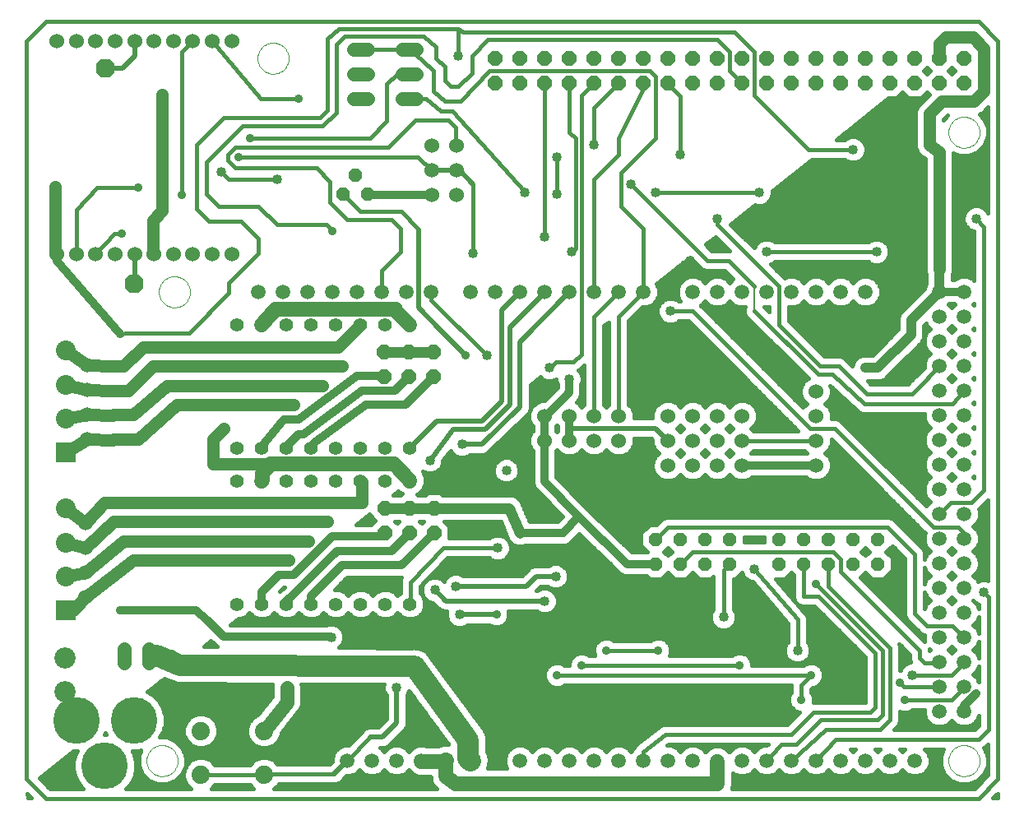
<source format=gbl>
G75*
G70*
%OFA0B0*%
%FSLAX24Y24*%
%IPPOS*%
%LPD*%
%AMOC8*
5,1,8,0,0,1.08239X$1,22.5*
%
%ADD10C,0.0160*%
%ADD11C,0.0000*%
%ADD12C,0.0600*%
%ADD13C,0.0594*%
%ADD14OC8,0.0600*%
%ADD15OC8,0.0560*%
%ADD16C,0.0554*%
%ADD17C,0.1890*%
%ADD18C,0.0560*%
%ADD19OC8,0.0520*%
%ADD20R,0.0800X0.0800*%
%ADD21C,0.0800*%
%ADD22C,0.0860*%
%ADD23C,0.0740*%
%ADD24OC8,0.0760*%
%ADD25C,0.0591*%
%ADD26C,0.0320*%
%ADD27C,0.0400*%
%ADD28C,0.0180*%
%ADD29C,0.0630*%
%ADD30C,0.0197*%
%ADD31C,0.0060*%
%ADD32C,0.0500*%
%ADD33C,0.0356*%
%ADD34C,0.0860*%
%ADD35C,0.0160*%
%ADD36C,0.0433*%
%ADD37C,0.0400*%
D10*
X001971Y000587D02*
X002124Y000587D01*
X001952Y000759D01*
X001971Y000587D01*
X001955Y000733D02*
X001978Y000733D01*
X001915Y001362D02*
X002702Y000574D01*
X040498Y000574D01*
X041285Y001362D01*
X041285Y031283D01*
X040498Y032071D01*
X002702Y032071D01*
X001915Y031283D01*
X001915Y001362D01*
X002446Y001396D02*
X003807Y002487D01*
X003966Y002487D01*
X003909Y002389D01*
X003823Y002068D01*
X003823Y001735D01*
X003909Y001413D01*
X004076Y001125D01*
X004226Y000974D01*
X002868Y000974D01*
X002446Y001396D01*
X002475Y001367D02*
X003936Y001367D01*
X003879Y001526D02*
X002608Y001526D01*
X002805Y001684D02*
X003837Y001684D01*
X003823Y001843D02*
X003003Y001843D01*
X003201Y002001D02*
X003823Y002001D01*
X003848Y002160D02*
X003399Y002160D01*
X003597Y002318D02*
X003890Y002318D01*
X003960Y002477D02*
X003795Y002477D01*
X005069Y003166D02*
X005108Y003234D01*
X005147Y003166D01*
X005069Y003166D01*
X006211Y002487D02*
X006436Y002487D01*
X006558Y002520D01*
X006465Y002295D01*
X006465Y001917D01*
X006610Y001568D01*
X006877Y001301D01*
X007226Y001156D01*
X007604Y001156D01*
X007953Y001301D01*
X008220Y001568D01*
X008365Y001917D01*
X008365Y002295D01*
X008220Y002644D01*
X007953Y002911D01*
X007604Y003056D01*
X007328Y003056D01*
X007448Y003263D01*
X007534Y003585D01*
X007534Y003918D01*
X007448Y004240D01*
X007281Y004528D01*
X007046Y004764D01*
X006815Y004897D01*
X007497Y005444D01*
X007734Y005345D01*
X007867Y005290D01*
X008008Y005231D01*
X008009Y005231D01*
X008010Y005230D01*
X008157Y005230D01*
X008176Y005230D01*
X011872Y005211D01*
X011865Y005194D01*
X011865Y004692D01*
X011284Y003953D01*
X011154Y003899D01*
X010960Y003705D01*
X010855Y003452D01*
X010855Y003177D01*
X010960Y002924D01*
X011154Y002730D01*
X011408Y002624D01*
X011682Y002624D01*
X011936Y002730D01*
X012130Y002924D01*
X012235Y003177D01*
X012235Y003221D01*
X012915Y004086D01*
X012974Y004145D01*
X012988Y004179D01*
X013010Y004207D01*
X013033Y004288D01*
X013065Y004365D01*
X013065Y004402D01*
X013075Y004437D01*
X013065Y004520D01*
X013065Y005194D01*
X013060Y005205D01*
X016399Y005187D01*
X016395Y005178D01*
X016395Y004971D01*
X016474Y004780D01*
X016497Y004758D01*
X016497Y003798D01*
X016176Y003477D01*
X015779Y003477D01*
X015625Y003413D01*
X015507Y003296D01*
X015489Y003250D01*
X014964Y002723D01*
X014792Y002723D01*
X014566Y002629D01*
X014392Y002455D01*
X014298Y002229D01*
X014298Y002081D01*
X014202Y001984D01*
X012071Y001984D01*
X011936Y002119D01*
X011682Y002224D01*
X011408Y002224D01*
X011154Y002119D01*
X010969Y001934D01*
X009561Y001934D01*
X009376Y002119D01*
X009122Y002224D01*
X008848Y002224D01*
X008594Y002119D01*
X008400Y001925D01*
X008295Y001672D01*
X008295Y001397D01*
X008400Y001144D01*
X008569Y000974D01*
X005950Y000974D01*
X006100Y001125D01*
X006267Y001413D01*
X006353Y001735D01*
X006353Y002068D01*
X006267Y002389D01*
X006211Y002487D01*
X006216Y002477D02*
X006540Y002477D01*
X006475Y002318D02*
X006286Y002318D01*
X006328Y002160D02*
X006465Y002160D01*
X006465Y002001D02*
X006353Y002001D01*
X006353Y001843D02*
X006496Y001843D01*
X006561Y001684D02*
X006340Y001684D01*
X006297Y001526D02*
X006652Y001526D01*
X006810Y001367D02*
X006240Y001367D01*
X006149Y001209D02*
X007099Y001209D01*
X007731Y001209D02*
X008373Y001209D01*
X008307Y001367D02*
X008020Y001367D01*
X008178Y001526D02*
X008295Y001526D01*
X008300Y001684D02*
X008268Y001684D01*
X008334Y001843D02*
X008366Y001843D01*
X008365Y002001D02*
X008476Y002001D01*
X008365Y002160D02*
X008692Y002160D01*
X008355Y002318D02*
X014335Y002318D01*
X014298Y002160D02*
X011838Y002160D01*
X012054Y002001D02*
X014219Y002001D01*
X014414Y002477D02*
X008289Y002477D01*
X008224Y002636D02*
X008821Y002636D01*
X008848Y002624D02*
X008594Y002730D01*
X008400Y002924D01*
X008295Y003177D01*
X008295Y003452D01*
X008400Y003705D01*
X008594Y003899D01*
X008848Y004004D01*
X009122Y004004D01*
X009376Y003899D01*
X009570Y003705D01*
X009675Y003452D01*
X009675Y003177D01*
X009570Y002924D01*
X009376Y002730D01*
X009122Y002624D01*
X008848Y002624D01*
X009149Y002636D02*
X011381Y002636D01*
X011709Y002636D02*
X014582Y002636D01*
X015035Y002794D02*
X012000Y002794D01*
X012142Y002953D02*
X015193Y002953D01*
X015350Y003111D02*
X012208Y003111D01*
X012273Y003270D02*
X015497Y003270D01*
X015661Y003428D02*
X012398Y003428D01*
X012522Y003587D02*
X016286Y003587D01*
X016444Y003745D02*
X012647Y003745D01*
X012772Y003904D02*
X016497Y003904D01*
X016497Y004062D02*
X012896Y004062D01*
X013014Y004221D02*
X016497Y004221D01*
X016497Y004380D02*
X013065Y004380D01*
X013065Y004538D02*
X016497Y004538D01*
X016497Y004697D02*
X013065Y004697D01*
X013065Y004855D02*
X016443Y004855D01*
X016395Y005014D02*
X013065Y005014D01*
X013065Y005172D02*
X016395Y005172D01*
X017333Y004758D02*
X017356Y004780D01*
X017425Y004947D01*
X019028Y002759D01*
X018789Y002759D01*
X018620Y002690D01*
X018117Y002690D01*
X018038Y002723D01*
X017792Y002723D01*
X017566Y002629D01*
X017415Y002478D01*
X017264Y002629D01*
X017038Y002723D01*
X016792Y002723D01*
X016566Y002629D01*
X016415Y002478D01*
X016264Y002629D01*
X016237Y002640D01*
X016266Y002640D01*
X016432Y002640D01*
X016586Y002704D01*
X017152Y003270D01*
X017270Y003387D01*
X017333Y003541D01*
X017333Y004758D01*
X017333Y004697D02*
X017609Y004697D01*
X017493Y004855D02*
X017387Y004855D01*
X017333Y004538D02*
X017725Y004538D01*
X017841Y004380D02*
X017333Y004380D01*
X017333Y004221D02*
X017957Y004221D01*
X018074Y004062D02*
X017333Y004062D01*
X017333Y003904D02*
X018190Y003904D01*
X018306Y003745D02*
X017333Y003745D01*
X017333Y003587D02*
X018422Y003587D01*
X018538Y003428D02*
X017287Y003428D01*
X017152Y003270D02*
X018654Y003270D01*
X018771Y003111D02*
X016993Y003111D01*
X016835Y002953D02*
X018887Y002953D01*
X019003Y002794D02*
X016676Y002794D01*
X016582Y002636D02*
X016248Y002636D01*
X015862Y003059D02*
X014915Y002106D01*
X015366Y001684D02*
X015464Y001684D01*
X015415Y001734D02*
X015566Y001583D01*
X015792Y001489D01*
X016038Y001489D01*
X016264Y001583D01*
X016415Y001734D01*
X016566Y001583D01*
X016792Y001489D01*
X017038Y001489D01*
X017264Y001583D01*
X017400Y001719D01*
X017566Y001553D01*
X017793Y001459D01*
X018296Y001459D01*
X018300Y001431D01*
X018300Y001352D01*
X018317Y001311D01*
X018323Y001266D01*
X018363Y001199D01*
X018393Y001126D01*
X018425Y001094D01*
X018448Y001056D01*
X018511Y001008D01*
X018545Y000974D01*
X011961Y000974D01*
X012130Y001144D01*
X012147Y001184D01*
X014266Y001184D01*
X014310Y001166D01*
X014477Y001166D01*
X014630Y001230D01*
X014890Y001489D01*
X015038Y001489D01*
X015264Y001583D01*
X015415Y001734D01*
X015126Y001526D02*
X015704Y001526D01*
X016126Y001526D02*
X016704Y001526D01*
X016464Y001684D02*
X016366Y001684D01*
X017126Y001526D02*
X017632Y001526D01*
X017435Y001684D02*
X017366Y001684D01*
X018300Y001367D02*
X014768Y001367D01*
X014580Y001209D02*
X018357Y001209D01*
X018455Y001050D02*
X012036Y001050D01*
X011545Y001534D02*
X008985Y001534D01*
X009476Y001050D02*
X011054Y001050D01*
X011129Y000974D02*
X010969Y001134D01*
X009561Y001134D01*
X009401Y000974D01*
X011129Y000974D01*
X011395Y001584D02*
X011545Y001534D01*
X011395Y001584D02*
X014393Y001584D01*
X017248Y002636D02*
X017582Y002636D01*
X019701Y004380D02*
X032857Y004380D01*
X032893Y004292D02*
X033033Y004152D01*
X033216Y004076D01*
X033251Y004076D01*
X032749Y003574D01*
X027840Y003574D01*
X027786Y003581D01*
X027761Y003574D01*
X027735Y003574D01*
X027685Y003554D01*
X027632Y003539D01*
X027612Y003523D01*
X027588Y003514D01*
X027550Y003475D01*
X026712Y002823D01*
X026688Y002814D01*
X026650Y002775D01*
X026607Y002741D01*
X026594Y002719D01*
X026576Y002701D01*
X026555Y002651D01*
X026528Y002603D01*
X026526Y002590D01*
X026415Y002478D01*
X026264Y002629D01*
X026038Y002723D01*
X025792Y002723D01*
X025566Y002629D01*
X025415Y002478D01*
X025264Y002629D01*
X025038Y002723D01*
X024792Y002723D01*
X024566Y002629D01*
X024415Y002478D01*
X024264Y002629D01*
X024038Y002723D01*
X023792Y002723D01*
X023566Y002629D01*
X023415Y002478D01*
X023264Y002629D01*
X023038Y002723D01*
X022792Y002723D01*
X022566Y002629D01*
X022415Y002478D01*
X022264Y002629D01*
X022038Y002723D01*
X021792Y002723D01*
X021566Y002629D01*
X021392Y002455D01*
X021298Y002229D01*
X021298Y001983D01*
X021378Y001790D01*
X020598Y001790D01*
X020642Y001868D01*
X020677Y002165D01*
X020597Y002452D01*
X020578Y002476D01*
X020578Y002879D01*
X020592Y002970D01*
X020578Y003027D01*
X020578Y003086D01*
X020543Y003171D01*
X020521Y003260D01*
X020487Y003307D01*
X020464Y003361D01*
X020399Y003426D01*
X018294Y006299D01*
X018273Y006352D01*
X018207Y006418D01*
X018151Y006494D01*
X018103Y006524D01*
X018063Y006564D01*
X017976Y006600D01*
X017896Y006649D01*
X017840Y006657D01*
X017788Y006680D01*
X017694Y006680D01*
X017601Y006694D01*
X017546Y006681D01*
X014579Y006696D01*
X014706Y006823D01*
X014785Y007014D01*
X014785Y007221D01*
X014706Y007412D01*
X014559Y007558D01*
X014368Y007637D01*
X014161Y007637D01*
X014082Y007604D01*
X010194Y007604D01*
X010507Y007855D01*
X010581Y007855D01*
X010800Y007946D01*
X010962Y008108D01*
X011124Y007946D01*
X011343Y007855D01*
X011581Y007855D01*
X011800Y007946D01*
X011962Y008108D01*
X012124Y007946D01*
X012343Y007855D01*
X012581Y007855D01*
X012800Y007946D01*
X012962Y008108D01*
X013124Y007946D01*
X013343Y007855D01*
X013581Y007855D01*
X013800Y007946D01*
X013962Y008108D01*
X014124Y007946D01*
X014343Y007855D01*
X014581Y007855D01*
X014800Y007946D01*
X014962Y008108D01*
X015124Y007946D01*
X015343Y007855D01*
X015581Y007855D01*
X015800Y007946D01*
X015962Y008108D01*
X016124Y007946D01*
X016343Y007855D01*
X016581Y007855D01*
X016800Y007946D01*
X016962Y008108D01*
X017124Y007946D01*
X017343Y007855D01*
X017581Y007855D01*
X017800Y007946D01*
X017968Y008114D01*
X018059Y008334D01*
X018059Y008571D01*
X017968Y008791D01*
X017865Y008894D01*
X017865Y009163D01*
X018985Y010325D01*
X020679Y010325D01*
X020720Y010284D01*
X020911Y010204D01*
X021118Y010204D01*
X021309Y010284D01*
X021456Y010430D01*
X021535Y010621D01*
X021535Y010828D01*
X021456Y011019D01*
X021309Y011165D01*
X021118Y011244D01*
X020911Y011244D01*
X020720Y011165D01*
X020679Y011124D01*
X019051Y011124D01*
X019051Y011603D01*
X018844Y011810D01*
X021134Y011810D01*
X021460Y011021D01*
X021610Y010870D01*
X021808Y010788D01*
X022021Y010788D01*
X022158Y010844D01*
X023579Y010844D01*
X023588Y010841D01*
X023674Y010844D01*
X023760Y010844D01*
X023769Y010848D01*
X023779Y010849D01*
X023857Y010885D01*
X023937Y010918D01*
X023944Y010924D01*
X023952Y010928D01*
X024011Y010992D01*
X024072Y011053D01*
X024076Y011061D01*
X024308Y011312D01*
X025928Y009732D01*
X025993Y009668D01*
X025996Y009666D01*
X025998Y009664D01*
X026084Y009630D01*
X026169Y009594D01*
X026173Y009594D01*
X026176Y009593D01*
X026268Y009594D01*
X027046Y009594D01*
X027166Y009474D01*
X027663Y009474D01*
X027915Y009726D01*
X028166Y009474D01*
X028663Y009474D01*
X028915Y009726D01*
X029166Y009474D01*
X029663Y009474D01*
X029755Y009566D01*
X029755Y008250D01*
X029724Y008219D01*
X029645Y008028D01*
X029645Y007821D01*
X029724Y007630D01*
X029870Y007484D01*
X030061Y007404D01*
X030268Y007404D01*
X030459Y007484D01*
X030606Y007630D01*
X030685Y007821D01*
X030685Y008028D01*
X030606Y008219D01*
X030575Y008250D01*
X030575Y009474D01*
X030663Y009474D01*
X030914Y009725D01*
X030974Y009580D01*
X031120Y009434D01*
X031311Y009354D01*
X031333Y009354D01*
X032765Y007677D01*
X032765Y006910D01*
X032724Y006869D01*
X032645Y006678D01*
X032645Y006471D01*
X032724Y006280D01*
X032870Y006134D01*
X033061Y006054D01*
X033268Y006054D01*
X033459Y006134D01*
X033606Y006280D01*
X033685Y006471D01*
X033685Y006678D01*
X033606Y006869D01*
X033565Y006910D01*
X033565Y007809D01*
X033570Y007872D01*
X033565Y007888D01*
X033565Y007904D01*
X033541Y007963D01*
X033521Y008024D01*
X033510Y008036D01*
X033504Y008051D01*
X033459Y008096D01*
X032282Y009474D01*
X032663Y009474D01*
X032915Y009726D01*
X033015Y009626D01*
X033015Y008695D01*
X033076Y008548D01*
X033188Y008435D01*
X033335Y008374D01*
X033495Y008374D01*
X033849Y008374D01*
X035915Y006309D01*
X035915Y004474D01*
X033895Y004474D01*
X033813Y004474D01*
X033813Y004475D01*
X033813Y004674D01*
X033737Y004857D01*
X033715Y004879D01*
X033715Y005009D01*
X033782Y005076D01*
X033814Y005076D01*
X033997Y005152D01*
X034137Y005292D01*
X034213Y005475D01*
X034213Y005674D01*
X034137Y005857D01*
X033997Y005997D01*
X033814Y006073D01*
X033616Y006073D01*
X033433Y005997D01*
X033411Y005974D01*
X031313Y005974D01*
X031313Y006074D01*
X031237Y006257D01*
X031097Y006397D01*
X030914Y006473D01*
X030716Y006473D01*
X030533Y006397D01*
X030511Y006374D01*
X027971Y006374D01*
X028013Y006475D01*
X028013Y006674D01*
X027937Y006857D01*
X027797Y006997D01*
X027614Y007073D01*
X027416Y007073D01*
X027233Y006997D01*
X027211Y006974D01*
X025719Y006974D01*
X025697Y006997D01*
X025514Y007073D01*
X025316Y007073D01*
X025133Y006997D01*
X024993Y006857D01*
X024917Y006674D01*
X024917Y006475D01*
X024959Y006374D01*
X024719Y006374D01*
X024697Y006397D01*
X024514Y006473D01*
X024316Y006473D01*
X024133Y006397D01*
X023993Y006257D01*
X023917Y006074D01*
X023917Y005974D01*
X023719Y005974D01*
X023697Y005997D01*
X023514Y006073D01*
X023316Y006073D01*
X023133Y005997D01*
X022993Y005857D01*
X022917Y005674D01*
X022917Y005475D01*
X022993Y005292D01*
X023133Y005152D01*
X023316Y005076D01*
X023514Y005076D01*
X023697Y005152D01*
X023719Y005174D01*
X032915Y005174D01*
X032915Y005095D01*
X032915Y004879D01*
X032893Y004857D01*
X032817Y004674D01*
X032817Y004475D01*
X032893Y004292D01*
X032964Y004221D02*
X019817Y004221D01*
X019933Y004062D02*
X033237Y004062D01*
X033079Y003904D02*
X020049Y003904D01*
X020166Y003745D02*
X032920Y003745D01*
X032762Y003587D02*
X020282Y003587D01*
X020398Y003428D02*
X027490Y003428D01*
X027286Y003270D02*
X020514Y003270D01*
X020568Y003111D02*
X027082Y003111D01*
X026878Y002953D02*
X020590Y002953D01*
X020578Y002794D02*
X026669Y002794D01*
X026546Y002636D02*
X026248Y002636D01*
X026915Y002474D02*
X027815Y003174D01*
X032915Y003174D01*
X033815Y004074D01*
X036115Y004074D01*
X036315Y004274D01*
X036315Y006474D01*
X034015Y008774D01*
X033415Y008774D01*
X033415Y010074D01*
X033015Y009611D02*
X032800Y009611D01*
X033015Y009453D02*
X032301Y009453D01*
X032436Y009294D02*
X033015Y009294D01*
X033015Y009136D02*
X032571Y009136D01*
X032707Y008977D02*
X033015Y008977D01*
X033015Y008819D02*
X032842Y008819D01*
X032977Y008660D02*
X033029Y008660D01*
X033113Y008502D02*
X033122Y008502D01*
X033248Y008343D02*
X033881Y008343D01*
X034039Y008185D02*
X033383Y008185D01*
X033519Y008026D02*
X034198Y008026D01*
X034356Y007867D02*
X033569Y007867D01*
X033565Y007709D02*
X034515Y007709D01*
X034673Y007550D02*
X033565Y007550D01*
X033565Y007392D02*
X034832Y007392D01*
X034990Y007233D02*
X033565Y007233D01*
X033565Y007075D02*
X035149Y007075D01*
X035308Y006916D02*
X033565Y006916D01*
X033652Y006758D02*
X035466Y006758D01*
X035625Y006599D02*
X033685Y006599D01*
X033672Y006441D02*
X035783Y006441D01*
X035915Y006282D02*
X033607Y006282D01*
X033435Y006124D02*
X035915Y006124D01*
X035915Y005965D02*
X034029Y005965D01*
X034158Y005806D02*
X035915Y005806D01*
X035915Y005648D02*
X034213Y005648D01*
X034213Y005489D02*
X035915Y005489D01*
X035915Y005331D02*
X034153Y005331D01*
X034017Y005172D02*
X035915Y005172D01*
X035915Y005014D02*
X033720Y005014D01*
X033738Y004855D02*
X035915Y004855D01*
X035915Y004697D02*
X033804Y004697D01*
X033813Y004538D02*
X035915Y004538D01*
X036615Y003974D02*
X036415Y003774D01*
X034115Y003774D01*
X033115Y002774D01*
X032515Y002774D01*
X032415Y002674D01*
X031915Y002106D01*
X032366Y001684D02*
X032464Y001684D01*
X032415Y001734D02*
X032566Y001583D01*
X032792Y001489D01*
X033038Y001489D01*
X033264Y001583D01*
X033415Y001734D01*
X033566Y001583D01*
X033792Y001489D01*
X034038Y001489D01*
X034264Y001583D01*
X034415Y001734D01*
X034566Y001583D01*
X034792Y001489D01*
X035038Y001489D01*
X035264Y001583D01*
X035415Y001734D01*
X035566Y001583D01*
X035792Y001489D01*
X036038Y001489D01*
X036264Y001583D01*
X036415Y001734D01*
X036566Y001583D01*
X036792Y001489D01*
X037038Y001489D01*
X037264Y001583D01*
X037415Y001734D01*
X037566Y001583D01*
X037792Y001489D01*
X038038Y001489D01*
X038264Y001583D01*
X038438Y001757D01*
X038532Y001983D01*
X038532Y002229D01*
X038438Y002455D01*
X038319Y002574D01*
X039081Y002574D01*
X038965Y002295D01*
X038965Y001917D01*
X039110Y001568D01*
X039377Y001301D01*
X039726Y001156D01*
X040104Y001156D01*
X040453Y001301D01*
X040720Y001568D01*
X040865Y001917D01*
X040865Y002295D01*
X040726Y002629D01*
X040742Y002635D01*
X040854Y002748D01*
X040885Y002779D01*
X040885Y001528D01*
X040332Y000974D01*
X030498Y000974D01*
X030530Y001052D01*
X030530Y001618D01*
X030566Y001583D01*
X030792Y001489D01*
X031038Y001489D01*
X031264Y001583D01*
X031415Y001734D01*
X031566Y001583D01*
X031792Y001489D01*
X032038Y001489D01*
X032264Y001583D01*
X032415Y001734D01*
X032126Y001526D02*
X032704Y001526D01*
X033126Y001526D02*
X033704Y001526D01*
X033464Y001684D02*
X033366Y001684D01*
X032915Y002106D02*
X034315Y003374D01*
X036515Y003374D01*
X036915Y003774D01*
X036915Y006674D01*
X034415Y009174D01*
X034415Y010074D01*
X034915Y010274D02*
X034915Y009774D01*
X038115Y006574D01*
X038115Y006274D01*
X038315Y006074D01*
X038883Y006074D01*
X038915Y006106D01*
X039415Y006478D02*
X039287Y006606D01*
X039415Y006734D01*
X039543Y006606D01*
X039415Y006478D01*
X039294Y006599D02*
X039536Y006599D01*
X039915Y007106D02*
X039446Y007574D01*
X038415Y007574D01*
X037915Y008074D01*
X037915Y010474D01*
X036815Y011574D01*
X027915Y011574D01*
X027415Y011074D01*
X027910Y010721D02*
X027920Y010721D01*
X027915Y010726D02*
X028066Y010574D01*
X027915Y010423D01*
X027763Y010574D01*
X027915Y010726D01*
X027775Y010563D02*
X028055Y010563D01*
X028415Y010074D02*
X028915Y010574D01*
X034615Y010574D01*
X034915Y010274D01*
X035722Y009533D02*
X035915Y009726D01*
X036166Y009474D01*
X036663Y009474D01*
X037015Y009826D01*
X037015Y010323D01*
X036763Y010574D01*
X037006Y010817D01*
X037515Y010309D01*
X037515Y007995D01*
X037576Y007848D01*
X037688Y007735D01*
X037688Y007735D01*
X038076Y007348D01*
X038188Y007235D01*
X038298Y007190D01*
X038298Y006983D01*
X038317Y006938D01*
X035722Y009533D01*
X035800Y009611D02*
X036029Y009611D01*
X035802Y009453D02*
X037515Y009453D01*
X037515Y009611D02*
X036800Y009611D01*
X036959Y009770D02*
X037515Y009770D01*
X037515Y009929D02*
X037015Y009929D01*
X037015Y010087D02*
X037515Y010087D01*
X037515Y010246D02*
X037015Y010246D01*
X036934Y010404D02*
X037420Y010404D01*
X037261Y010563D02*
X036775Y010563D01*
X036910Y010721D02*
X037102Y010721D01*
X037600Y011355D02*
X038318Y011355D01*
X038326Y011348D02*
X038341Y011333D01*
X038298Y011229D01*
X038298Y010983D01*
X038392Y010757D01*
X038543Y010606D01*
X038392Y010455D01*
X038315Y010269D01*
X038315Y010554D01*
X038254Y010701D01*
X038142Y010814D01*
X037042Y011914D01*
X036895Y011974D01*
X036735Y011974D01*
X027835Y011974D01*
X027688Y011914D01*
X027576Y011801D01*
X027449Y011674D01*
X027166Y011674D01*
X026815Y011323D01*
X026815Y010826D01*
X027066Y010574D01*
X027046Y010554D01*
X026460Y010554D01*
X024689Y012281D01*
X024686Y012287D01*
X024626Y012342D01*
X023395Y013618D01*
X023395Y014678D01*
X023415Y014698D01*
X023564Y014549D01*
X023792Y014454D01*
X024038Y014454D01*
X024266Y014549D01*
X024415Y014698D01*
X024564Y014549D01*
X024792Y014454D01*
X025038Y014454D01*
X025266Y014549D01*
X025415Y014698D01*
X025564Y014549D01*
X025792Y014454D01*
X026038Y014454D01*
X026266Y014549D01*
X026441Y014723D01*
X026535Y014951D01*
X026535Y015156D01*
X027242Y015156D01*
X027295Y015103D01*
X027295Y014951D01*
X027389Y014723D01*
X027538Y014574D01*
X027389Y014426D01*
X027295Y014198D01*
X027295Y013951D01*
X027389Y013723D01*
X027564Y013549D01*
X027792Y013454D01*
X028038Y013454D01*
X028266Y013549D01*
X028415Y013698D01*
X028564Y013549D01*
X028792Y013454D01*
X029038Y013454D01*
X029266Y013549D01*
X029415Y013698D01*
X029564Y013549D01*
X029792Y013454D01*
X030038Y013454D01*
X030266Y013549D01*
X030415Y013698D01*
X030564Y013549D01*
X030792Y013454D01*
X031038Y013454D01*
X031266Y013549D01*
X031312Y013594D01*
X033518Y013594D01*
X033564Y013549D01*
X033792Y013454D01*
X034038Y013454D01*
X034266Y013549D01*
X034441Y013723D01*
X034535Y013951D01*
X034535Y014198D01*
X034441Y014426D01*
X034292Y014574D01*
X034441Y014723D01*
X034535Y014951D01*
X034535Y015139D01*
X038326Y011348D01*
X038298Y011197D02*
X037758Y011197D01*
X037917Y011038D02*
X038298Y011038D01*
X038341Y010880D02*
X038075Y010880D01*
X038234Y010721D02*
X038427Y010721D01*
X038499Y010563D02*
X038311Y010563D01*
X038315Y010404D02*
X038371Y010404D01*
X038315Y009943D02*
X038392Y009757D01*
X038543Y009606D01*
X038392Y009455D01*
X038315Y009269D01*
X038315Y009943D01*
X038315Y009929D02*
X038321Y009929D01*
X038315Y009770D02*
X038386Y009770D01*
X038315Y009611D02*
X038537Y009611D01*
X038391Y009453D02*
X038315Y009453D01*
X038315Y009294D02*
X038325Y009294D01*
X038315Y008943D02*
X038392Y008757D01*
X038543Y008606D01*
X038392Y008455D01*
X038315Y008269D01*
X038315Y008943D01*
X038315Y008819D02*
X038366Y008819D01*
X038315Y008660D02*
X038488Y008660D01*
X038438Y008502D02*
X038315Y008502D01*
X038315Y008343D02*
X038346Y008343D01*
X037515Y008343D02*
X036912Y008343D01*
X037070Y008185D02*
X037515Y008185D01*
X037515Y008026D02*
X037229Y008026D01*
X037388Y007867D02*
X037568Y007867D01*
X037546Y007709D02*
X037715Y007709D01*
X037705Y007550D02*
X037873Y007550D01*
X037863Y007392D02*
X038032Y007392D01*
X038022Y007233D02*
X038193Y007233D01*
X038180Y007075D02*
X038298Y007075D01*
X038515Y006634D02*
X038543Y006606D01*
X038515Y006578D01*
X038515Y006634D01*
X038515Y006599D02*
X038536Y006599D01*
X037715Y006409D02*
X037276Y006848D01*
X037315Y006754D01*
X037315Y006595D01*
X037315Y005773D01*
X037334Y005773D01*
X037374Y005869D01*
X037520Y006015D01*
X037711Y006094D01*
X037757Y006094D01*
X037715Y006195D01*
X037715Y006354D01*
X037715Y006409D01*
X037683Y006441D02*
X037315Y006441D01*
X037315Y006599D02*
X037525Y006599D01*
X037366Y006758D02*
X037313Y006758D01*
X037315Y006282D02*
X037715Y006282D01*
X037745Y006124D02*
X037315Y006124D01*
X037315Y005965D02*
X037470Y005965D01*
X037348Y005806D02*
X037315Y005806D01*
X037315Y005274D02*
X037483Y005106D01*
X038915Y005106D01*
X039415Y004574D02*
X037515Y004574D01*
X037315Y004118D02*
X037416Y004076D01*
X037614Y004076D01*
X037797Y004152D01*
X037819Y004174D01*
X038298Y004174D01*
X038298Y003983D01*
X038392Y003757D01*
X038566Y003583D01*
X038792Y003489D01*
X039038Y003489D01*
X039264Y003583D01*
X039415Y003734D01*
X039566Y003583D01*
X039792Y003489D01*
X040038Y003489D01*
X040264Y003583D01*
X040438Y003757D01*
X040515Y003943D01*
X040515Y003540D01*
X040349Y003374D01*
X037081Y003374D01*
X037142Y003435D01*
X037254Y003548D01*
X037315Y003695D01*
X037315Y004118D01*
X037315Y004062D02*
X038298Y004062D01*
X038331Y003904D02*
X037315Y003904D01*
X037315Y003745D02*
X038403Y003745D01*
X038562Y003587D02*
X037270Y003587D01*
X037134Y003428D02*
X040403Y003428D01*
X040515Y003587D02*
X040268Y003587D01*
X040427Y003745D02*
X040515Y003745D01*
X040499Y003904D02*
X040515Y003904D01*
X040915Y003374D02*
X040515Y002974D01*
X034715Y002974D01*
X033915Y002106D01*
X034366Y001684D02*
X034464Y001684D01*
X034704Y001526D02*
X034126Y001526D01*
X035126Y001526D02*
X035704Y001526D01*
X035464Y001684D02*
X035366Y001684D01*
X036126Y001526D02*
X036704Y001526D01*
X036464Y001684D02*
X036366Y001684D01*
X037126Y001526D02*
X037704Y001526D01*
X037464Y001684D02*
X037366Y001684D01*
X038126Y001526D02*
X039152Y001526D01*
X039061Y001684D02*
X038366Y001684D01*
X038474Y001843D02*
X038996Y001843D01*
X038965Y002001D02*
X038532Y002001D01*
X038532Y002160D02*
X038965Y002160D01*
X038975Y002318D02*
X038495Y002318D01*
X038416Y002477D02*
X039041Y002477D01*
X039268Y003587D02*
X039562Y003587D01*
X040742Y002636D02*
X040885Y002636D01*
X040885Y002477D02*
X040789Y002477D01*
X040855Y002318D02*
X040885Y002318D01*
X040885Y002160D02*
X040865Y002160D01*
X040865Y002001D02*
X040885Y002001D01*
X040885Y001843D02*
X040834Y001843D01*
X040885Y001684D02*
X040768Y001684D01*
X040678Y001526D02*
X040883Y001526D01*
X040725Y001367D02*
X040520Y001367D01*
X040566Y001209D02*
X040231Y001209D01*
X040408Y001050D02*
X030529Y001050D01*
X030530Y001209D02*
X039599Y001209D01*
X039310Y001367D02*
X030530Y001367D01*
X030530Y001526D02*
X030704Y001526D01*
X031126Y001526D02*
X031704Y001526D01*
X031464Y001684D02*
X031366Y001684D01*
X031415Y002478D02*
X031264Y002629D01*
X031038Y002723D01*
X030792Y002723D01*
X030566Y002629D01*
X030398Y002461D01*
X030263Y002596D01*
X030037Y002690D01*
X029793Y002690D01*
X029566Y002596D01*
X029432Y002461D01*
X029264Y002629D01*
X029038Y002723D01*
X028792Y002723D01*
X028566Y002629D01*
X028415Y002478D01*
X028264Y002629D01*
X028038Y002723D01*
X027886Y002723D01*
X027952Y002774D01*
X031970Y002774D01*
X031925Y002723D01*
X031792Y002723D01*
X031566Y002629D01*
X031415Y002478D01*
X031248Y002636D02*
X031582Y002636D01*
X030582Y002636D02*
X030168Y002636D01*
X030383Y002477D02*
X030414Y002477D01*
X029662Y002636D02*
X029248Y002636D01*
X029416Y002477D02*
X029447Y002477D01*
X028582Y002636D02*
X028248Y002636D01*
X026915Y002474D02*
X026915Y002106D01*
X025582Y002636D02*
X025248Y002636D01*
X024582Y002636D02*
X024248Y002636D01*
X023582Y002636D02*
X023248Y002636D01*
X022582Y002636D02*
X022248Y002636D01*
X021582Y002636D02*
X020578Y002636D01*
X020578Y002477D02*
X021414Y002477D01*
X021335Y002318D02*
X020634Y002318D01*
X020677Y002160D02*
X021298Y002160D01*
X021298Y002001D02*
X020658Y002001D01*
X020627Y001843D02*
X021356Y001843D01*
X019585Y004538D02*
X032817Y004538D01*
X032826Y004697D02*
X019468Y004697D01*
X019352Y004855D02*
X032892Y004855D01*
X032915Y005014D02*
X019236Y005014D01*
X019120Y005172D02*
X023113Y005172D01*
X022977Y005331D02*
X019004Y005331D01*
X018888Y005489D02*
X022917Y005489D01*
X022917Y005648D02*
X018771Y005648D01*
X018655Y005806D02*
X022972Y005806D01*
X023101Y005965D02*
X018539Y005965D01*
X018423Y006124D02*
X023938Y006124D01*
X024018Y006282D02*
X018307Y006282D01*
X018191Y006441D02*
X024239Y006441D01*
X024591Y006441D02*
X024931Y006441D01*
X024917Y006599D02*
X017979Y006599D01*
X019045Y007709D02*
X010324Y007709D01*
X010610Y007867D02*
X011314Y007867D01*
X011610Y007867D02*
X012314Y007867D01*
X012610Y007867D02*
X013314Y007867D01*
X013610Y007867D02*
X014314Y007867D01*
X014610Y007867D02*
X015314Y007867D01*
X015610Y007867D02*
X016314Y007867D01*
X016610Y007867D02*
X017314Y007867D01*
X017610Y007867D02*
X018967Y007867D01*
X018945Y007921D02*
X019024Y007730D01*
X019170Y007584D01*
X019361Y007504D01*
X019568Y007504D01*
X019759Y007584D01*
X019782Y007606D01*
X020679Y007606D01*
X020683Y007602D01*
X020866Y007526D01*
X021064Y007526D01*
X021247Y007602D01*
X021387Y007742D01*
X021463Y007925D01*
X021463Y008124D01*
X021450Y008156D01*
X022598Y008156D01*
X022620Y008134D01*
X022811Y008054D01*
X023018Y008054D01*
X023209Y008134D01*
X023356Y008280D01*
X023435Y008471D01*
X023435Y008678D01*
X023356Y008869D01*
X023209Y009015D01*
X023018Y009094D01*
X022811Y009094D01*
X022620Y009015D01*
X022598Y008993D01*
X022575Y008993D01*
X022738Y009156D01*
X023048Y009156D01*
X023070Y009134D01*
X023261Y009054D01*
X023468Y009054D01*
X023659Y009134D01*
X023806Y009280D01*
X023885Y009471D01*
X023885Y009678D01*
X023806Y009869D01*
X023659Y010015D01*
X023468Y010094D01*
X023261Y010094D01*
X023070Y010015D01*
X023048Y009993D01*
X022482Y009993D01*
X022328Y009929D01*
X022210Y009811D01*
X021992Y009593D01*
X021432Y009593D01*
X019632Y009593D01*
X019609Y009615D01*
X019418Y009694D01*
X019211Y009694D01*
X019020Y009615D01*
X018874Y009469D01*
X018839Y009385D01*
X018759Y009465D01*
X018568Y009544D01*
X018361Y009544D01*
X018170Y009465D01*
X018024Y009319D01*
X017945Y009128D01*
X017945Y008921D01*
X018024Y008730D01*
X018170Y008584D01*
X018361Y008504D01*
X018393Y008504D01*
X018560Y008337D01*
X018678Y008220D01*
X018832Y008156D01*
X018957Y008156D01*
X018945Y008128D01*
X018945Y007921D01*
X018945Y008026D02*
X017880Y008026D01*
X017998Y008185D02*
X018763Y008185D01*
X018555Y008343D02*
X018059Y008343D01*
X018059Y008502D02*
X018396Y008502D01*
X018094Y008660D02*
X018022Y008660D01*
X017987Y008819D02*
X017940Y008819D01*
X017945Y008977D02*
X017865Y008977D01*
X017865Y009136D02*
X017948Y009136D01*
X017991Y009294D02*
X018014Y009294D01*
X018144Y009453D02*
X018158Y009453D01*
X018297Y009611D02*
X019017Y009611D01*
X018867Y009453D02*
X018772Y009453D01*
X018450Y009770D02*
X022169Y009770D01*
X022327Y009929D02*
X018603Y009929D01*
X018756Y010087D02*
X023244Y010087D01*
X023486Y010087D02*
X025564Y010087D01*
X025402Y010246D02*
X021218Y010246D01*
X021430Y010404D02*
X025239Y010404D01*
X025076Y010563D02*
X021511Y010563D01*
X021535Y010721D02*
X024914Y010721D01*
X024751Y010880D02*
X023847Y010880D01*
X024058Y011038D02*
X024588Y011038D01*
X024426Y011197D02*
X024201Y011197D01*
X023480Y011831D02*
X022286Y011831D01*
X022297Y011804D02*
X022030Y012452D01*
X022030Y012453D01*
X021986Y012557D01*
X021949Y012649D01*
X021948Y012650D01*
X021880Y012718D01*
X021798Y012801D01*
X021797Y012801D01*
X021718Y012834D01*
X021601Y012883D01*
X021600Y012883D01*
X021494Y012883D01*
X021387Y012883D01*
X021387Y012883D01*
X018771Y012883D01*
X018687Y012966D01*
X018174Y012966D01*
X018090Y012883D01*
X017771Y012883D01*
X017748Y012905D01*
X017811Y012931D01*
X017984Y013104D01*
X018077Y013330D01*
X018077Y013355D01*
X018077Y013600D01*
X017984Y013826D01*
X017980Y013830D01*
X018161Y013754D01*
X018368Y013754D01*
X018559Y013834D01*
X018706Y013980D01*
X018785Y014171D01*
X018785Y014267D01*
X019102Y014684D01*
X019124Y014630D01*
X019270Y014484D01*
X019461Y014404D01*
X019668Y014404D01*
X019859Y014484D01*
X019882Y014506D01*
X020362Y014506D01*
X020441Y014505D01*
X020445Y014506D01*
X020448Y014506D01*
X020522Y014537D01*
X020596Y014566D01*
X020599Y014568D01*
X020602Y014570D01*
X020658Y014626D01*
X022149Y016068D01*
X022152Y016070D01*
X022208Y016126D01*
X022266Y016182D01*
X022267Y016185D01*
X022270Y016187D01*
X022300Y016261D01*
X022332Y016334D01*
X022332Y016338D01*
X022333Y016341D01*
X022333Y016421D01*
X022335Y016501D01*
X022333Y016504D01*
X022333Y017332D01*
X022743Y017661D01*
X022820Y017584D01*
X023011Y017504D01*
X023218Y017504D01*
X023395Y017578D01*
X023395Y017471D01*
X023435Y017374D01*
X023435Y017223D01*
X022906Y016694D01*
X022792Y016694D01*
X022564Y016600D01*
X022389Y016426D01*
X022295Y016198D01*
X022295Y015951D01*
X022389Y015723D01*
X022435Y015678D01*
X022435Y015471D01*
X022389Y015426D01*
X022295Y015198D01*
X022295Y014951D01*
X022389Y014723D01*
X022435Y014678D01*
X022435Y013429D01*
X022433Y013338D01*
X022435Y013333D01*
X022435Y013329D01*
X022470Y013245D01*
X022503Y013160D01*
X022506Y013157D01*
X022508Y013153D01*
X022573Y013088D01*
X023630Y011993D01*
X023455Y011804D01*
X022297Y011804D01*
X022221Y011990D02*
X023627Y011990D01*
X023479Y012148D02*
X022155Y012148D01*
X022090Y012307D02*
X023326Y012307D01*
X023174Y012465D02*
X022025Y012465D01*
X021959Y012624D02*
X023021Y012624D01*
X022868Y012782D02*
X021816Y012782D01*
X021797Y012801D02*
X021797Y012801D01*
X021600Y012883D02*
X021600Y012883D01*
X021948Y012650D02*
X021948Y012650D01*
X022715Y012941D02*
X018713Y012941D01*
X018149Y012941D02*
X017821Y012941D01*
X017979Y013099D02*
X022561Y013099D01*
X022464Y013258D02*
X018048Y013258D01*
X018077Y013416D02*
X021112Y013416D01*
X021070Y013434D02*
X021261Y013354D01*
X021468Y013354D01*
X021659Y013434D01*
X021806Y013580D01*
X021885Y013771D01*
X021885Y013978D01*
X021806Y014169D01*
X021659Y014315D01*
X021468Y014394D01*
X021261Y014394D01*
X021070Y014315D01*
X020924Y014169D01*
X020845Y013978D01*
X020845Y013771D01*
X020924Y013580D01*
X021070Y013434D01*
X020929Y013575D02*
X018077Y013575D01*
X018022Y013734D02*
X020860Y013734D01*
X020845Y013892D02*
X018618Y013892D01*
X018735Y014051D02*
X020875Y014051D01*
X020964Y014209D02*
X018785Y014209D01*
X018861Y014368D02*
X021197Y014368D01*
X021533Y014368D02*
X022435Y014368D01*
X022435Y014526D02*
X020497Y014526D01*
X020719Y014685D02*
X022428Y014685D01*
X022340Y014843D02*
X020883Y014843D01*
X021047Y015002D02*
X022295Y015002D01*
X022295Y015160D02*
X021210Y015160D01*
X021374Y015319D02*
X022345Y015319D01*
X022435Y015478D02*
X021538Y015478D01*
X021702Y015636D02*
X022435Y015636D01*
X022360Y015795D02*
X021866Y015795D01*
X022030Y015953D02*
X022295Y015953D01*
X022295Y016112D02*
X022194Y016112D01*
X022304Y016270D02*
X022325Y016270D01*
X022333Y016429D02*
X022392Y016429D01*
X022333Y016587D02*
X022551Y016587D01*
X022333Y016746D02*
X022958Y016746D01*
X023116Y016904D02*
X022333Y016904D01*
X022333Y017063D02*
X023275Y017063D01*
X023433Y017222D02*
X022333Y017222D01*
X022393Y017380D02*
X023433Y017380D01*
X023395Y017539D02*
X023301Y017539D01*
X022929Y017539D02*
X022591Y017539D01*
X023115Y018024D02*
X023365Y018274D01*
X024065Y018274D01*
X024415Y018574D01*
X024415Y029074D01*
X024915Y029574D01*
X024915Y028574D02*
X025915Y029574D01*
X026915Y029324D02*
X025915Y027324D01*
X025915Y026674D01*
X024915Y025674D01*
X024915Y021106D01*
X024915Y020106D02*
X025915Y021106D01*
X026915Y021106D02*
X026915Y023674D01*
X026015Y024574D01*
X026015Y025924D01*
X027415Y027324D01*
X027415Y029824D01*
X027165Y030074D01*
X020665Y030074D01*
X019515Y028824D01*
X018865Y028824D01*
X018415Y029224D01*
X018415Y030074D01*
X017965Y030474D01*
X017437Y030952D01*
X015452Y030952D01*
X014815Y031474D02*
X014465Y031124D01*
X014465Y028374D01*
X013915Y027824D01*
X010665Y027824D01*
X009215Y026374D01*
X009215Y025074D01*
X009715Y024574D01*
X011315Y024574D01*
X012065Y023824D01*
X014065Y023824D01*
X014315Y023574D01*
X011315Y023274D02*
X011315Y022674D01*
X010115Y021474D01*
X010115Y021074D01*
X008515Y019424D01*
X006014Y019424D01*
X005705Y019416D01*
X004722Y022622D02*
X005468Y023461D01*
X005765Y023474D01*
X003935Y022622D02*
X003935Y024445D01*
X004771Y025331D01*
X006443Y025331D01*
X008214Y025028D02*
X008214Y030838D01*
X008659Y031283D01*
X009446Y031283D02*
X011415Y028921D01*
X012954Y028921D01*
X013815Y028174D02*
X009915Y028174D01*
X008815Y027074D01*
X008815Y024474D01*
X009315Y023974D01*
X010615Y023974D01*
X011315Y023274D01*
X010515Y026574D02*
X017778Y026574D01*
X018331Y026021D01*
X016515Y028029D02*
X015832Y027346D01*
X010970Y027346D01*
X013815Y028174D02*
X014115Y028474D01*
X014115Y031374D01*
X014565Y031774D01*
X019415Y031774D01*
X019615Y031624D01*
X030615Y031624D01*
X031415Y030824D01*
X031415Y029074D01*
X033615Y026874D01*
X035415Y026874D01*
X035935Y026893D02*
X037965Y026893D01*
X037967Y026882D02*
X038004Y026819D01*
X038032Y026752D01*
X038061Y026722D01*
X038082Y026686D01*
X038141Y026643D01*
X038192Y026591D01*
X038230Y026575D01*
X038230Y026576D02*
X035851Y026576D01*
X035856Y026580D02*
X035935Y026771D01*
X035935Y026978D01*
X035856Y027169D01*
X035709Y027315D01*
X035518Y027394D01*
X035311Y027394D01*
X035120Y027315D01*
X035080Y027274D01*
X034741Y027274D01*
X036837Y028954D01*
X037172Y028954D01*
X037415Y029198D01*
X037658Y028954D01*
X038172Y028954D01*
X038415Y029198D01*
X038499Y029114D01*
X038032Y028647D01*
X037945Y028438D01*
X037945Y028211D01*
X037945Y027146D01*
X037935Y027106D01*
X037945Y027034D01*
X037945Y026961D01*
X037961Y026923D01*
X037967Y026882D01*
X038049Y026734D02*
X035920Y026734D01*
X035856Y026580D02*
X035709Y026434D01*
X035518Y026354D01*
X035311Y026354D01*
X035120Y026434D01*
X035080Y026474D01*
X033742Y026474D01*
X032135Y025187D01*
X032135Y025021D01*
X032056Y024830D01*
X031909Y024684D01*
X031718Y024604D01*
X031511Y024604D01*
X031444Y024633D01*
X030460Y023845D01*
X031419Y022886D01*
X031474Y023019D01*
X031620Y023165D01*
X031811Y023244D01*
X032018Y023244D01*
X032209Y023165D01*
X032250Y023124D01*
X036030Y023124D01*
X036070Y023165D01*
X036261Y023244D01*
X036468Y023244D01*
X036659Y023165D01*
X036806Y023019D01*
X036885Y022828D01*
X036885Y022621D01*
X036806Y022430D01*
X036659Y022284D01*
X036468Y022204D01*
X036261Y022204D01*
X036070Y022284D01*
X036030Y022324D01*
X032250Y022324D01*
X032209Y022284D01*
X032076Y022229D01*
X032642Y021664D01*
X032644Y021661D01*
X032792Y021723D01*
X033038Y021723D01*
X033264Y021629D01*
X033415Y021478D01*
X033566Y021629D01*
X033792Y021723D01*
X034038Y021723D01*
X034264Y021629D01*
X034415Y021478D01*
X034566Y021629D01*
X034792Y021723D01*
X035038Y021723D01*
X035264Y021629D01*
X035415Y021478D01*
X035566Y021629D01*
X035792Y021723D01*
X036038Y021723D01*
X036264Y021629D01*
X036438Y021455D01*
X036532Y021229D01*
X036532Y020983D01*
X036438Y020757D01*
X036264Y020583D01*
X036038Y020489D01*
X035792Y020489D01*
X035566Y020583D01*
X035415Y020734D01*
X035264Y020583D01*
X035038Y020489D01*
X034792Y020489D01*
X034566Y020583D01*
X034415Y020734D01*
X034264Y020583D01*
X034038Y020489D01*
X033792Y020489D01*
X033566Y020583D01*
X033415Y020734D01*
X033264Y020583D01*
X033038Y020489D01*
X032815Y020489D01*
X032815Y019940D01*
X034249Y018506D01*
X034754Y018506D01*
X034913Y018506D01*
X035060Y018445D01*
X035395Y018110D01*
X035395Y018128D01*
X035474Y018319D01*
X035620Y018465D01*
X035811Y018544D01*
X036018Y018544D01*
X036200Y018544D01*
X037245Y019590D01*
X037245Y020059D01*
X037324Y020251D01*
X037470Y020397D01*
X038298Y021224D01*
X038298Y021229D01*
X038392Y021455D01*
X038395Y021458D01*
X038395Y021790D01*
X038345Y021911D01*
X038345Y026489D01*
X038230Y026575D01*
X038345Y026417D02*
X035669Y026417D01*
X035160Y026417D02*
X033671Y026417D01*
X033473Y026259D02*
X038345Y026259D01*
X038345Y026100D02*
X033275Y026100D01*
X033077Y025941D02*
X038345Y025941D01*
X038345Y025783D02*
X032879Y025783D01*
X032681Y025624D02*
X038345Y025624D01*
X038345Y025466D02*
X032483Y025466D01*
X032286Y025307D02*
X038345Y025307D01*
X038345Y025149D02*
X032135Y025149D01*
X032122Y024990D02*
X038345Y024990D01*
X038345Y024832D02*
X032056Y024832D01*
X031884Y024673D02*
X038345Y024673D01*
X038345Y024515D02*
X031296Y024515D01*
X031098Y024356D02*
X038345Y024356D01*
X038345Y024197D02*
X030901Y024197D01*
X030703Y024039D02*
X038345Y024039D01*
X038345Y023880D02*
X030505Y023880D01*
X030583Y023722D02*
X038345Y023722D01*
X038345Y023563D02*
X030742Y023563D01*
X030900Y023405D02*
X038345Y023405D01*
X038345Y023246D02*
X031059Y023246D01*
X031217Y023088D02*
X031543Y023088D01*
X031437Y022929D02*
X031376Y022929D01*
X031915Y022724D02*
X036365Y022724D01*
X036843Y022929D02*
X038345Y022929D01*
X038345Y022771D02*
X036885Y022771D01*
X036881Y022612D02*
X038345Y022612D01*
X038345Y022453D02*
X036815Y022453D01*
X036671Y022295D02*
X038345Y022295D01*
X038345Y022136D02*
X032169Y022136D01*
X032221Y022295D02*
X036059Y022295D01*
X036187Y021661D02*
X038395Y021661D01*
X038383Y021819D02*
X032486Y021819D01*
X032327Y021978D02*
X038345Y021978D01*
X038395Y021502D02*
X036391Y021502D01*
X036484Y021344D02*
X038346Y021344D01*
X038259Y021185D02*
X036532Y021185D01*
X036532Y021027D02*
X038100Y021027D01*
X037942Y020868D02*
X036484Y020868D01*
X036391Y020709D02*
X037783Y020709D01*
X037625Y020551D02*
X036187Y020551D01*
X035643Y020551D02*
X035187Y020551D01*
X035391Y020709D02*
X035439Y020709D01*
X035439Y021502D02*
X035391Y021502D01*
X035187Y021661D02*
X035642Y021661D01*
X034642Y021661D02*
X034187Y021661D01*
X034391Y021502D02*
X034439Y021502D01*
X034439Y020709D02*
X034391Y020709D01*
X034187Y020551D02*
X034643Y020551D01*
X033643Y020551D02*
X033187Y020551D01*
X033391Y020709D02*
X033439Y020709D01*
X032815Y020392D02*
X037466Y020392D01*
X037317Y020234D02*
X032815Y020234D01*
X032815Y020075D02*
X037252Y020075D01*
X037245Y019917D02*
X032838Y019917D01*
X032997Y019758D02*
X037245Y019758D01*
X037245Y019600D02*
X033155Y019600D01*
X033314Y019441D02*
X037096Y019441D01*
X036938Y019283D02*
X033472Y019283D01*
X033631Y019124D02*
X036779Y019124D01*
X036621Y018966D02*
X033790Y018966D01*
X033948Y018807D02*
X036462Y018807D01*
X036304Y018648D02*
X034107Y018648D01*
X034083Y018106D02*
X032415Y019774D01*
X032415Y021324D01*
X029915Y023824D01*
X029915Y024074D01*
X029832Y023341D02*
X030399Y022774D01*
X029681Y022774D01*
X029433Y023022D01*
X029832Y023341D01*
X029928Y023246D02*
X029713Y023246D01*
X029516Y023088D02*
X030086Y023088D01*
X030245Y022929D02*
X029526Y022929D01*
X029515Y022374D02*
X030365Y022374D01*
X031415Y021324D01*
X030555Y021619D02*
X030415Y021478D01*
X030264Y021629D01*
X030038Y021723D01*
X029792Y021723D01*
X029566Y021629D01*
X029415Y021478D01*
X029264Y021629D01*
X029038Y021723D01*
X028792Y021723D01*
X028566Y021629D01*
X028392Y021455D01*
X028298Y021229D01*
X028298Y020983D01*
X028392Y020757D01*
X028424Y020724D01*
X028350Y020724D01*
X028309Y020765D01*
X028118Y020844D01*
X027911Y020844D01*
X027720Y020765D01*
X027574Y020619D01*
X027495Y020428D01*
X027495Y020221D01*
X027574Y020030D01*
X027720Y019884D01*
X027911Y019804D01*
X028118Y019804D01*
X028309Y019884D01*
X028350Y019924D01*
X028749Y019924D01*
X033189Y015484D01*
X031382Y015484D01*
X031292Y015574D01*
X031441Y015723D01*
X031535Y015951D01*
X031535Y016198D01*
X031441Y016426D01*
X031266Y016600D01*
X031038Y016694D01*
X030792Y016694D01*
X030564Y016600D01*
X030415Y016451D01*
X030266Y016600D01*
X030038Y016694D01*
X029792Y016694D01*
X029564Y016600D01*
X029415Y016451D01*
X029266Y016600D01*
X029038Y016694D01*
X028792Y016694D01*
X028564Y016600D01*
X028415Y016451D01*
X028266Y016600D01*
X028038Y016694D01*
X027792Y016694D01*
X027564Y016600D01*
X027389Y016426D01*
X027295Y016198D01*
X027295Y015993D01*
X026535Y015993D01*
X026535Y016198D01*
X026441Y016426D01*
X026315Y016551D01*
X026315Y019940D01*
X026864Y020489D01*
X027038Y020489D01*
X027264Y020583D01*
X027438Y020757D01*
X027532Y020983D01*
X027532Y021229D01*
X027448Y021431D01*
X028805Y022518D01*
X029176Y022148D01*
X029288Y022035D01*
X029435Y021974D01*
X030199Y021974D01*
X030555Y021619D01*
X030513Y021661D02*
X030187Y021661D01*
X030354Y021819D02*
X027933Y021819D01*
X028131Y021978D02*
X029427Y021978D01*
X029187Y022136D02*
X028328Y022136D01*
X028526Y022295D02*
X029029Y022295D01*
X028870Y022453D02*
X028724Y022453D01*
X029515Y022374D02*
X026415Y025474D01*
X027415Y025124D02*
X031615Y025124D01*
X034858Y027368D02*
X035248Y027368D01*
X035055Y027527D02*
X037945Y027527D01*
X037945Y027685D02*
X035253Y027685D01*
X035451Y027844D02*
X037945Y027844D01*
X037945Y028002D02*
X035649Y028002D01*
X035847Y028161D02*
X037945Y028161D01*
X037945Y028320D02*
X036045Y028320D01*
X036243Y028478D02*
X037962Y028478D01*
X038027Y028637D02*
X036440Y028637D01*
X036638Y028795D02*
X038180Y028795D01*
X038338Y028954D02*
X036836Y028954D01*
X037330Y029112D02*
X037500Y029112D01*
X038330Y029112D02*
X038497Y029112D01*
X038415Y029951D02*
X038292Y030074D01*
X038415Y030198D01*
X038538Y030074D01*
X038415Y029951D01*
X038303Y030064D02*
X038527Y030064D01*
X039292Y030074D02*
X039415Y029951D01*
X039538Y030074D01*
X039415Y030198D01*
X039292Y030074D01*
X039303Y030064D02*
X039527Y030064D01*
X040885Y028589D02*
X040885Y024298D01*
X040856Y024369D01*
X040709Y024515D01*
X040518Y024594D01*
X040311Y024594D01*
X040120Y024515D01*
X039974Y024369D01*
X039895Y024178D01*
X039895Y023971D01*
X039974Y023780D01*
X040120Y023634D01*
X040311Y023554D01*
X040315Y023554D01*
X040315Y021578D01*
X040264Y021629D01*
X040038Y021723D01*
X039792Y021723D01*
X039566Y021629D01*
X039523Y021586D01*
X039435Y021586D01*
X039435Y021790D01*
X039485Y021911D01*
X039485Y026703D01*
X039490Y026722D01*
X039726Y026625D01*
X040104Y026625D01*
X040453Y026769D01*
X040720Y027036D01*
X040865Y027386D01*
X040865Y027763D01*
X040720Y028113D01*
X040534Y028298D01*
X040638Y028341D01*
X040885Y028589D01*
X040885Y028478D02*
X040775Y028478D01*
X040885Y028320D02*
X040585Y028320D01*
X040672Y028161D02*
X040885Y028161D01*
X040885Y028002D02*
X040766Y028002D01*
X040831Y027844D02*
X040885Y027844D01*
X040885Y027685D02*
X040865Y027685D01*
X040865Y027527D02*
X040885Y027527D01*
X040885Y027368D02*
X040858Y027368D01*
X040885Y027210D02*
X040792Y027210D01*
X040726Y027051D02*
X040885Y027051D01*
X040885Y026893D02*
X040577Y026893D01*
X040368Y026734D02*
X040885Y026734D01*
X040885Y026576D02*
X039485Y026576D01*
X039485Y026417D02*
X040885Y026417D01*
X040885Y026259D02*
X039485Y026259D01*
X039485Y026100D02*
X040885Y026100D01*
X040885Y025941D02*
X039485Y025941D01*
X039485Y025783D02*
X040885Y025783D01*
X040885Y025624D02*
X039485Y025624D01*
X039485Y025466D02*
X040885Y025466D01*
X040885Y025307D02*
X039485Y025307D01*
X039485Y025149D02*
X040885Y025149D01*
X040885Y024990D02*
X039485Y024990D01*
X039485Y024832D02*
X040885Y024832D01*
X040885Y024673D02*
X039485Y024673D01*
X039485Y024515D02*
X040120Y024515D01*
X039969Y024356D02*
X039485Y024356D01*
X039485Y024197D02*
X039903Y024197D01*
X039895Y024039D02*
X039485Y024039D01*
X039485Y023880D02*
X039933Y023880D01*
X040032Y023722D02*
X039485Y023722D01*
X039485Y023563D02*
X040290Y023563D01*
X040315Y023405D02*
X039485Y023405D01*
X039485Y023246D02*
X040315Y023246D01*
X040315Y023088D02*
X039485Y023088D01*
X039485Y022929D02*
X040315Y022929D01*
X040315Y022771D02*
X039485Y022771D01*
X039485Y022612D02*
X040315Y022612D01*
X040315Y022453D02*
X039485Y022453D01*
X039485Y022295D02*
X040315Y022295D01*
X040315Y022136D02*
X039485Y022136D01*
X039485Y021978D02*
X040315Y021978D01*
X040315Y021819D02*
X039447Y021819D01*
X039435Y021661D02*
X039642Y021661D01*
X040187Y021661D02*
X040315Y021661D01*
X040315Y020634D02*
X040315Y020578D01*
X040287Y020606D01*
X040315Y020634D01*
X039543Y020606D02*
X039415Y020478D01*
X039287Y020606D01*
X039307Y020626D01*
X039523Y020626D01*
X039543Y020606D01*
X039488Y020551D02*
X039342Y020551D01*
X039415Y019734D02*
X039543Y019606D01*
X039415Y019478D01*
X039287Y019606D01*
X039415Y019734D01*
X039294Y019600D02*
X039536Y019600D01*
X040287Y019606D02*
X040315Y019578D01*
X040315Y019634D01*
X040287Y019606D01*
X040294Y019600D02*
X040315Y019600D01*
X040315Y018634D02*
X040315Y018578D01*
X040287Y018606D01*
X040315Y018634D01*
X039543Y018606D02*
X039415Y018478D01*
X039287Y018606D01*
X039415Y018734D01*
X039543Y018606D01*
X039500Y018648D02*
X039330Y018648D01*
X039403Y018490D02*
X039427Y018490D01*
X038915Y018106D02*
X038015Y017174D01*
X037815Y016974D01*
X035965Y016974D01*
X034833Y018106D01*
X034083Y018106D01*
X034015Y017774D02*
X034565Y017774D01*
X035865Y016574D01*
X039433Y016574D01*
X039915Y017106D01*
X039475Y017539D02*
X039355Y017539D01*
X039415Y017478D02*
X039287Y017606D01*
X039415Y017734D01*
X039543Y017606D01*
X039415Y017478D01*
X039451Y017697D02*
X039378Y017697D01*
X040287Y017606D02*
X040315Y017578D01*
X040315Y017634D01*
X040287Y017606D01*
X040315Y016634D02*
X040315Y016578D01*
X040287Y016606D01*
X040315Y016634D01*
X040306Y016587D02*
X040315Y016587D01*
X039415Y015734D02*
X039543Y015606D01*
X039415Y015478D01*
X039287Y015606D01*
X039415Y015734D01*
X039512Y015636D02*
X039317Y015636D01*
X038543Y015606D02*
X038392Y015455D01*
X038298Y015229D01*
X038298Y014983D01*
X038392Y014757D01*
X038543Y014606D01*
X038392Y014455D01*
X038298Y014229D01*
X038298Y013983D01*
X038392Y013757D01*
X038543Y013606D01*
X038392Y013455D01*
X038298Y013229D01*
X038298Y012983D01*
X038392Y012757D01*
X038543Y012606D01*
X038392Y012455D01*
X038380Y012425D01*
X034892Y015914D01*
X034745Y015974D01*
X034585Y015974D01*
X034535Y015974D01*
X034535Y016198D01*
X034441Y016426D01*
X034292Y016574D01*
X034441Y016723D01*
X034535Y016951D01*
X034535Y017198D01*
X034495Y017295D01*
X035588Y016286D01*
X035638Y016235D01*
X035646Y016232D01*
X035652Y016227D01*
X035720Y016202D01*
X035785Y016174D01*
X035794Y016174D01*
X035801Y016172D01*
X035873Y016174D01*
X038298Y016174D01*
X038298Y015983D01*
X038392Y015757D01*
X038543Y015606D01*
X038512Y015636D02*
X035169Y015636D01*
X035328Y015478D02*
X038414Y015478D01*
X038336Y015319D02*
X035486Y015319D01*
X035645Y015160D02*
X038298Y015160D01*
X038298Y015002D02*
X035803Y015002D01*
X035962Y014843D02*
X038356Y014843D01*
X038464Y014685D02*
X036120Y014685D01*
X036279Y014526D02*
X038463Y014526D01*
X038356Y014368D02*
X036437Y014368D01*
X036596Y014209D02*
X038298Y014209D01*
X038298Y014051D02*
X036754Y014051D01*
X036913Y013892D02*
X038336Y013892D01*
X038415Y013734D02*
X037071Y013734D01*
X037230Y013575D02*
X038512Y013575D01*
X038376Y013416D02*
X037389Y013416D01*
X037547Y013258D02*
X038310Y013258D01*
X038298Y013099D02*
X037706Y013099D01*
X037864Y012941D02*
X038316Y012941D01*
X038381Y012782D02*
X038023Y012782D01*
X038181Y012624D02*
X038525Y012624D01*
X038402Y012465D02*
X038340Y012465D01*
X038915Y012106D02*
X039383Y012574D01*
X040215Y012574D01*
X040715Y013074D01*
X040715Y023724D01*
X040415Y024074D01*
X040861Y024356D02*
X040885Y024356D01*
X040885Y024515D02*
X040710Y024515D01*
X038345Y023088D02*
X036737Y023088D01*
X033642Y021661D02*
X033187Y021661D01*
X033391Y021502D02*
X033439Y021502D01*
X032015Y020489D02*
X031818Y020489D01*
X032015Y020296D01*
X032015Y020489D01*
X032015Y020392D02*
X031917Y020392D01*
X031415Y020324D02*
X034015Y017774D01*
X033604Y017617D02*
X033564Y017600D01*
X033389Y017426D01*
X033295Y017198D01*
X033295Y016951D01*
X033389Y016723D01*
X033538Y016574D01*
X033389Y016426D01*
X033386Y016419D01*
X029234Y020571D01*
X029264Y020583D01*
X029415Y020734D01*
X029566Y020583D01*
X029792Y020489D01*
X030038Y020489D01*
X030264Y020583D01*
X030415Y020734D01*
X030566Y020583D01*
X030792Y020489D01*
X031038Y020489D01*
X031053Y020495D01*
X031014Y020400D01*
X031016Y020241D01*
X031078Y020095D01*
X033604Y017617D01*
X033523Y017697D02*
X032108Y017697D01*
X032266Y017539D02*
X033502Y017539D01*
X033370Y017380D02*
X032425Y017380D01*
X032584Y017222D02*
X033305Y017222D01*
X033295Y017063D02*
X032742Y017063D01*
X032901Y016904D02*
X033314Y016904D01*
X033380Y016746D02*
X033059Y016746D01*
X033218Y016587D02*
X033525Y016587D01*
X033393Y016429D02*
X033376Y016429D01*
X032879Y015795D02*
X031470Y015795D01*
X031535Y015953D02*
X032721Y015953D01*
X032562Y016112D02*
X031535Y016112D01*
X031505Y016270D02*
X032403Y016270D01*
X032245Y016429D02*
X031437Y016429D01*
X031279Y016587D02*
X032086Y016587D01*
X031928Y016746D02*
X026315Y016746D01*
X026315Y016904D02*
X031769Y016904D01*
X031611Y017063D02*
X026315Y017063D01*
X026315Y017222D02*
X031452Y017222D01*
X031294Y017380D02*
X026315Y017380D01*
X026315Y017539D02*
X031135Y017539D01*
X030977Y017697D02*
X026315Y017697D01*
X026315Y017856D02*
X030818Y017856D01*
X030659Y018014D02*
X026315Y018014D01*
X026315Y018173D02*
X030501Y018173D01*
X030342Y018331D02*
X026315Y018331D01*
X026315Y018490D02*
X030184Y018490D01*
X030025Y018648D02*
X026315Y018648D01*
X026315Y018807D02*
X029867Y018807D01*
X029708Y018966D02*
X026315Y018966D01*
X026315Y019124D02*
X029550Y019124D01*
X029391Y019283D02*
X026315Y019283D01*
X026315Y019441D02*
X029233Y019441D01*
X029074Y019600D02*
X026315Y019600D01*
X026315Y019758D02*
X028916Y019758D01*
X028757Y019917D02*
X028343Y019917D01*
X028015Y020324D02*
X028915Y020324D01*
X033665Y015574D01*
X034665Y015574D01*
X038665Y011574D01*
X039665Y011574D01*
X039915Y011324D01*
X039915Y011106D01*
X040379Y011514D02*
X040885Y011514D01*
X040885Y011673D02*
X040354Y011673D01*
X040287Y011606D02*
X040438Y011757D01*
X040532Y011983D01*
X040532Y012229D01*
X040503Y012297D01*
X040554Y012348D01*
X040885Y012679D01*
X040885Y009417D01*
X040818Y009444D01*
X040611Y009444D01*
X040467Y009385D01*
X040438Y009455D01*
X040287Y009606D01*
X040438Y009757D01*
X040532Y009983D01*
X040532Y010229D01*
X040438Y010455D01*
X040287Y010606D01*
X040438Y010757D01*
X040532Y010983D01*
X040532Y011229D01*
X040438Y011455D01*
X040287Y011606D01*
X040469Y011831D02*
X040885Y011831D01*
X040885Y011990D02*
X040532Y011990D01*
X040532Y012148D02*
X040885Y012148D01*
X040885Y012307D02*
X040513Y012307D01*
X040671Y012465D02*
X040885Y012465D01*
X040885Y012624D02*
X040830Y012624D01*
X040315Y013578D02*
X040287Y013606D01*
X040315Y013634D01*
X040315Y013578D01*
X039543Y013606D02*
X039415Y013478D01*
X039287Y013606D01*
X039415Y013734D01*
X039543Y013606D01*
X039512Y013575D02*
X039318Y013575D01*
X039415Y013734D02*
X039415Y013734D01*
X039415Y014478D02*
X039287Y014606D01*
X039415Y014734D01*
X039543Y014606D01*
X039415Y014478D01*
X039367Y014526D02*
X039463Y014526D01*
X039464Y014685D02*
X039366Y014685D01*
X040287Y014606D02*
X040315Y014578D01*
X040315Y014634D01*
X040287Y014606D01*
X040315Y015578D02*
X040287Y015606D01*
X040315Y015634D01*
X040315Y015578D01*
X038376Y015795D02*
X035010Y015795D01*
X034796Y015953D02*
X038311Y015953D01*
X038298Y016112D02*
X034535Y016112D01*
X034505Y016270D02*
X035603Y016270D01*
X035433Y016429D02*
X034437Y016429D01*
X034305Y016587D02*
X035261Y016587D01*
X035090Y016746D02*
X034450Y016746D01*
X034516Y016904D02*
X034918Y016904D01*
X034746Y017063D02*
X034535Y017063D01*
X034525Y017222D02*
X034574Y017222D01*
X035332Y018173D02*
X035414Y018173D01*
X035486Y018331D02*
X035174Y018331D01*
X034952Y018490D02*
X035680Y018490D01*
X036001Y017504D02*
X036018Y017504D01*
X036518Y017504D01*
X036709Y017584D01*
X036856Y017730D01*
X038206Y019080D01*
X038285Y019271D01*
X038285Y019478D01*
X038285Y019741D01*
X038365Y019821D01*
X038392Y019757D01*
X038543Y019606D01*
X038392Y019455D01*
X038298Y019229D01*
X038298Y018983D01*
X038392Y018757D01*
X038543Y018606D01*
X038392Y018455D01*
X038298Y018229D01*
X038298Y018043D01*
X037729Y017455D01*
X037649Y017374D01*
X036131Y017374D01*
X036001Y017504D01*
X036125Y017380D02*
X037655Y017380D01*
X037811Y017539D02*
X036601Y017539D01*
X036823Y017697D02*
X037964Y017697D01*
X038117Y017856D02*
X036982Y017856D01*
X037140Y018014D02*
X038270Y018014D01*
X038298Y018173D02*
X037299Y018173D01*
X037457Y018331D02*
X038341Y018331D01*
X038427Y018490D02*
X037616Y018490D01*
X037774Y018648D02*
X038500Y018648D01*
X038371Y018807D02*
X037933Y018807D01*
X038091Y018966D02*
X038305Y018966D01*
X038298Y019124D02*
X038224Y019124D01*
X038285Y019283D02*
X038320Y019283D01*
X038285Y019441D02*
X038386Y019441D01*
X038285Y019600D02*
X038536Y019600D01*
X038391Y019758D02*
X038303Y019758D01*
X033361Y017856D02*
X031949Y017856D01*
X031791Y018014D02*
X033199Y018014D01*
X033038Y018173D02*
X031632Y018173D01*
X031474Y018331D02*
X032876Y018331D01*
X032714Y018490D02*
X031315Y018490D01*
X031157Y018648D02*
X032553Y018648D01*
X032391Y018807D02*
X030998Y018807D01*
X030840Y018966D02*
X032229Y018966D01*
X032068Y019124D02*
X030681Y019124D01*
X030522Y019283D02*
X031906Y019283D01*
X031744Y019441D02*
X030364Y019441D01*
X030205Y019600D02*
X031583Y019600D01*
X031421Y019758D02*
X030047Y019758D01*
X029888Y019917D02*
X031259Y019917D01*
X031098Y020075D02*
X029730Y020075D01*
X029571Y020234D02*
X031019Y020234D01*
X031014Y020392D02*
X029413Y020392D01*
X029254Y020551D02*
X029643Y020551D01*
X029439Y020709D02*
X029391Y020709D01*
X029391Y021502D02*
X029439Y021502D01*
X029642Y021661D02*
X029187Y021661D01*
X028642Y021661D02*
X027735Y021661D01*
X027537Y021502D02*
X028439Y021502D01*
X028346Y021344D02*
X027484Y021344D01*
X027532Y021185D02*
X028298Y021185D01*
X028298Y021027D02*
X027532Y021027D01*
X027484Y020868D02*
X028346Y020868D01*
X027665Y020709D02*
X027391Y020709D01*
X027546Y020551D02*
X027187Y020551D01*
X027495Y020392D02*
X026767Y020392D01*
X026609Y020234D02*
X027495Y020234D01*
X027555Y020075D02*
X026450Y020075D01*
X026315Y019917D02*
X027687Y019917D01*
X026915Y021106D02*
X025915Y020106D01*
X025915Y016074D01*
X025515Y016551D02*
X025415Y016451D01*
X025315Y016551D01*
X025315Y019722D01*
X025515Y019882D01*
X025515Y016551D01*
X025515Y016587D02*
X025315Y016587D01*
X025315Y016746D02*
X025515Y016746D01*
X025515Y016904D02*
X025315Y016904D01*
X025315Y017063D02*
X025515Y017063D01*
X025515Y017222D02*
X025315Y017222D01*
X025315Y017380D02*
X025515Y017380D01*
X025515Y017539D02*
X025315Y017539D01*
X025315Y017697D02*
X025515Y017697D01*
X025515Y017856D02*
X025315Y017856D01*
X025315Y018014D02*
X025515Y018014D01*
X025515Y018173D02*
X025315Y018173D01*
X025315Y018331D02*
X025515Y018331D01*
X025515Y018490D02*
X025315Y018490D01*
X025315Y018648D02*
X025515Y018648D01*
X025515Y018807D02*
X025315Y018807D01*
X025315Y018966D02*
X025515Y018966D01*
X025515Y019124D02*
X025315Y019124D01*
X025315Y019283D02*
X025515Y019283D01*
X025515Y019441D02*
X025315Y019441D01*
X025315Y019600D02*
X025515Y019600D01*
X025515Y019758D02*
X025361Y019758D01*
X024915Y020106D02*
X024915Y016074D01*
X024515Y016551D02*
X024515Y018133D01*
X024337Y017981D01*
X024292Y017935D01*
X024290Y017935D01*
X024356Y017869D01*
X024435Y017678D01*
X024435Y017471D01*
X024395Y017374D01*
X024395Y016929D01*
X024322Y016753D01*
X024198Y016628D01*
X024266Y016600D01*
X024415Y016451D01*
X024515Y016551D01*
X024515Y016587D02*
X024279Y016587D01*
X024315Y016746D02*
X024515Y016746D01*
X024515Y016904D02*
X024385Y016904D01*
X024395Y017063D02*
X024515Y017063D01*
X024515Y017222D02*
X024395Y017222D01*
X024397Y017380D02*
X024515Y017380D01*
X024515Y017539D02*
X024435Y017539D01*
X024427Y017697D02*
X024515Y017697D01*
X024515Y017856D02*
X024361Y017856D01*
X024376Y018014D02*
X024515Y018014D01*
X026315Y016587D02*
X027551Y016587D01*
X027392Y016429D02*
X026437Y016429D01*
X026505Y016270D02*
X027325Y016270D01*
X027295Y016112D02*
X026535Y016112D01*
X026535Y015002D02*
X027295Y015002D01*
X027340Y014843D02*
X026490Y014843D01*
X026402Y014685D02*
X027428Y014685D01*
X027490Y014526D02*
X026212Y014526D01*
X025618Y014526D02*
X025212Y014526D01*
X025402Y014685D02*
X025428Y014685D01*
X024618Y014526D02*
X024212Y014526D01*
X024402Y014685D02*
X024428Y014685D01*
X023618Y014526D02*
X023395Y014526D01*
X023395Y014368D02*
X027365Y014368D01*
X027300Y014209D02*
X023395Y014209D01*
X023395Y014051D02*
X027295Y014051D01*
X027319Y013892D02*
X023395Y013892D01*
X023395Y013734D02*
X027385Y013734D01*
X027538Y013575D02*
X023437Y013575D01*
X023590Y013416D02*
X036257Y013416D01*
X036416Y013258D02*
X023743Y013258D01*
X023896Y013099D02*
X036574Y013099D01*
X036733Y012941D02*
X024049Y012941D01*
X024202Y012782D02*
X036891Y012782D01*
X037050Y012624D02*
X024355Y012624D01*
X024508Y012465D02*
X037209Y012465D01*
X037367Y012307D02*
X024665Y012307D01*
X024825Y012148D02*
X037526Y012148D01*
X037684Y011990D02*
X024988Y011990D01*
X025150Y011831D02*
X027606Y011831D01*
X027164Y011673D02*
X025313Y011673D01*
X025476Y011514D02*
X027006Y011514D01*
X026847Y011355D02*
X025638Y011355D01*
X025801Y011197D02*
X026815Y011197D01*
X026815Y011038D02*
X025964Y011038D01*
X026126Y010880D02*
X026815Y010880D01*
X026920Y010721D02*
X026289Y010721D01*
X026452Y010563D02*
X027055Y010563D01*
X027800Y009611D02*
X028029Y009611D01*
X028800Y009611D02*
X029029Y009611D01*
X029755Y009453D02*
X023877Y009453D01*
X023885Y009611D02*
X026129Y009611D01*
X025890Y009770D02*
X023847Y009770D01*
X023746Y009929D02*
X025727Y009929D01*
X023812Y009294D02*
X029755Y009294D01*
X029755Y009136D02*
X023662Y009136D01*
X023377Y008819D02*
X029755Y008819D01*
X029755Y008977D02*
X023247Y008977D01*
X023068Y009136D02*
X022718Y009136D01*
X023435Y008660D02*
X029755Y008660D01*
X029755Y008502D02*
X023435Y008502D01*
X023382Y008343D02*
X029755Y008343D01*
X029710Y008185D02*
X023260Y008185D01*
X021463Y008026D02*
X029645Y008026D01*
X029645Y007867D02*
X021439Y007867D01*
X021354Y007709D02*
X029691Y007709D01*
X029804Y007550D02*
X021122Y007550D01*
X020808Y007550D02*
X019679Y007550D01*
X019251Y007550D02*
X014567Y007550D01*
X014714Y007392D02*
X032765Y007392D01*
X032765Y007550D02*
X030526Y007550D01*
X030638Y007709D02*
X032738Y007709D01*
X032602Y007867D02*
X030685Y007867D01*
X030685Y008026D02*
X032467Y008026D01*
X032332Y008185D02*
X030620Y008185D01*
X030575Y008343D02*
X032196Y008343D01*
X032061Y008502D02*
X030575Y008502D01*
X030575Y008660D02*
X031926Y008660D01*
X031790Y008819D02*
X030575Y008819D01*
X030575Y008977D02*
X031655Y008977D01*
X031520Y009136D02*
X030575Y009136D01*
X030575Y009294D02*
X031384Y009294D01*
X031101Y009453D02*
X030575Y009453D01*
X030800Y009611D02*
X030961Y009611D01*
X031015Y010974D02*
X031015Y011174D01*
X031815Y011174D01*
X031815Y010974D01*
X031015Y010974D01*
X031015Y011038D02*
X031815Y011038D01*
X033915Y009274D02*
X036615Y006574D01*
X036615Y003974D01*
X036511Y002574D02*
X036415Y002478D01*
X036319Y002574D01*
X036511Y002574D01*
X037319Y002574D02*
X037511Y002574D01*
X037415Y002478D01*
X037319Y002574D01*
X035511Y002574D02*
X035415Y002478D01*
X035319Y002574D01*
X035511Y002574D01*
X033315Y004574D02*
X033315Y005174D01*
X033715Y005574D01*
X023415Y005574D01*
X023717Y005172D02*
X032915Y005172D01*
X032895Y006124D02*
X031292Y006124D01*
X031212Y006282D02*
X032723Y006282D01*
X032658Y006441D02*
X030991Y006441D01*
X030639Y006441D02*
X027999Y006441D01*
X028013Y006599D02*
X032645Y006599D01*
X032678Y006758D02*
X027978Y006758D01*
X027878Y006916D02*
X032765Y006916D01*
X032765Y007075D02*
X014785Y007075D01*
X014780Y007233D02*
X032765Y007233D01*
X030815Y005974D02*
X024415Y005974D01*
X024952Y006758D02*
X014641Y006758D01*
X014744Y006916D02*
X025052Y006916D01*
X025415Y006574D02*
X027515Y006574D01*
X022010Y009611D02*
X019613Y009611D01*
X018909Y010246D02*
X020812Y010246D01*
X021513Y010880D02*
X021601Y010880D01*
X021453Y011038D02*
X021436Y011038D01*
X021387Y011197D02*
X021233Y011197D01*
X021322Y011355D02*
X019051Y011355D01*
X019051Y011197D02*
X020797Y011197D01*
X021256Y011514D02*
X019051Y011514D01*
X018981Y011673D02*
X021191Y011673D01*
X021618Y013416D02*
X022435Y013416D01*
X022435Y013575D02*
X021801Y013575D01*
X021869Y013734D02*
X022435Y013734D01*
X022435Y013892D02*
X021885Y013892D01*
X021855Y014051D02*
X022435Y014051D01*
X022435Y014209D02*
X021766Y014209D01*
X023402Y014685D02*
X023428Y014685D01*
X023415Y015451D02*
X023435Y015471D01*
X023435Y015529D01*
X023435Y015678D01*
X023415Y015698D01*
X023395Y015678D01*
X023395Y015471D01*
X023415Y015451D01*
X023395Y015478D02*
X023435Y015478D01*
X023435Y015636D02*
X023395Y015636D01*
X019228Y014526D02*
X018982Y014526D01*
X017131Y012924D02*
X017090Y012883D01*
X016780Y012883D01*
X016992Y013052D01*
X017114Y012931D01*
X017131Y012924D01*
X017104Y012941D02*
X016853Y012941D01*
X016844Y011810D02*
X017017Y011810D01*
X016931Y011723D01*
X016844Y011810D01*
X016054Y011846D02*
X015892Y011684D01*
X015285Y011684D01*
X015784Y012084D01*
X015811Y012095D01*
X015811Y012089D01*
X016054Y011846D01*
X016039Y011831D02*
X015468Y011831D01*
X015666Y011990D02*
X015910Y011990D01*
X017844Y011810D02*
X017931Y011723D01*
X018017Y011810D01*
X017844Y011810D01*
X017121Y009543D02*
X017094Y009474D01*
X017065Y009404D01*
X017065Y009400D01*
X017064Y009397D01*
X017065Y009320D01*
X017065Y008900D01*
X016962Y008797D01*
X016800Y008959D01*
X016581Y009050D01*
X016343Y009050D01*
X016124Y008959D01*
X015962Y008797D01*
X015800Y008959D01*
X015581Y009050D01*
X015343Y009050D01*
X015124Y008959D01*
X014962Y008797D01*
X014800Y008959D01*
X014581Y009050D01*
X014415Y009050D01*
X014909Y009543D01*
X017012Y009543D01*
X017121Y009543D01*
X017085Y009453D02*
X014819Y009453D01*
X014660Y009294D02*
X017065Y009294D01*
X017065Y009136D02*
X014502Y009136D01*
X014756Y008977D02*
X015169Y008977D01*
X014984Y008819D02*
X014940Y008819D01*
X015756Y008977D02*
X016169Y008977D01*
X015984Y008819D02*
X015940Y008819D01*
X016756Y008977D02*
X017065Y008977D01*
X016984Y008819D02*
X016940Y008819D01*
X016880Y008026D02*
X017044Y008026D01*
X016044Y008026D02*
X015880Y008026D01*
X015044Y008026D02*
X014880Y008026D01*
X014044Y008026D02*
X013880Y008026D01*
X013044Y008026D02*
X012880Y008026D01*
X012044Y008026D02*
X011880Y008026D01*
X011044Y008026D02*
X010880Y008026D01*
X012184Y008983D02*
X012350Y009150D01*
X012370Y009150D01*
X012219Y008998D01*
X012184Y008983D01*
X012336Y009136D02*
X012357Y009136D01*
X009638Y006723D02*
X009097Y006725D01*
X009396Y006965D01*
X009508Y006853D01*
X009638Y006723D01*
X009603Y006758D02*
X009137Y006758D01*
X009335Y006916D02*
X009444Y006916D01*
X007767Y005331D02*
X007356Y005331D01*
X007158Y005172D02*
X011865Y005172D01*
X011865Y005014D02*
X006960Y005014D01*
X006888Y004855D02*
X011865Y004855D01*
X011865Y004697D02*
X007113Y004697D01*
X007272Y004538D02*
X011744Y004538D01*
X011619Y004380D02*
X007367Y004380D01*
X007453Y004221D02*
X011495Y004221D01*
X011370Y004062D02*
X007496Y004062D01*
X007534Y003904D02*
X008605Y003904D01*
X008440Y003745D02*
X007534Y003745D01*
X007534Y003587D02*
X008351Y003587D01*
X008295Y003428D02*
X007492Y003428D01*
X007450Y003270D02*
X008295Y003270D01*
X008322Y003111D02*
X007360Y003111D01*
X007853Y002953D02*
X008388Y002953D01*
X008530Y002794D02*
X008070Y002794D01*
X009278Y002160D02*
X011252Y002160D01*
X011036Y002001D02*
X009494Y002001D01*
X009440Y002794D02*
X011090Y002794D01*
X010948Y002953D02*
X009582Y002953D01*
X009648Y003111D02*
X010882Y003111D01*
X010855Y003270D02*
X009675Y003270D01*
X009675Y003428D02*
X010855Y003428D01*
X010911Y003587D02*
X009619Y003587D01*
X009530Y003745D02*
X011000Y003745D01*
X011165Y003904D02*
X009365Y003904D01*
X007734Y005345D02*
X007734Y005345D01*
X008494Y001050D02*
X006026Y001050D01*
X004151Y001050D02*
X002792Y001050D01*
X002634Y001209D02*
X004027Y001209D01*
X028292Y013575D02*
X028538Y013575D01*
X029292Y013575D02*
X029538Y013575D01*
X030292Y013575D02*
X030538Y013575D01*
X031292Y013575D02*
X033538Y013575D01*
X034292Y013575D02*
X036099Y013575D01*
X035940Y013734D02*
X034445Y013734D01*
X034510Y013892D02*
X035782Y013892D01*
X035623Y014051D02*
X034535Y014051D01*
X034530Y014209D02*
X035465Y014209D01*
X035306Y014368D02*
X034465Y014368D01*
X034340Y014526D02*
X035147Y014526D01*
X034989Y014685D02*
X034402Y014685D01*
X034490Y014843D02*
X034830Y014843D01*
X034672Y015002D02*
X034535Y015002D01*
X033538Y014574D02*
X033518Y014554D01*
X031312Y014554D01*
X031292Y014574D01*
X031382Y014665D01*
X033448Y014665D01*
X033538Y014574D01*
X033038Y015636D02*
X031353Y015636D01*
X030538Y015574D02*
X030415Y015451D01*
X030292Y015574D01*
X030415Y015698D01*
X030538Y015574D01*
X030476Y015636D02*
X030353Y015636D01*
X030389Y015478D02*
X030441Y015478D01*
X030415Y014698D02*
X030538Y014574D01*
X030415Y014451D01*
X030292Y014574D01*
X030415Y014698D01*
X030402Y014685D02*
X030428Y014685D01*
X030490Y014526D02*
X030340Y014526D01*
X029538Y014574D02*
X029415Y014451D01*
X029292Y014574D01*
X029415Y014698D01*
X029538Y014574D01*
X029490Y014526D02*
X029340Y014526D01*
X029402Y014685D02*
X029428Y014685D01*
X028538Y014574D02*
X028415Y014451D01*
X028292Y014574D01*
X028415Y014698D01*
X028538Y014574D01*
X028490Y014526D02*
X028340Y014526D01*
X028402Y014685D02*
X028428Y014685D01*
X028415Y015451D02*
X028292Y015574D01*
X028415Y015698D01*
X028538Y015574D01*
X028415Y015451D01*
X028389Y015478D02*
X028441Y015478D01*
X028476Y015636D02*
X028353Y015636D01*
X029292Y015574D02*
X029415Y015698D01*
X029538Y015574D01*
X029415Y015451D01*
X029292Y015574D01*
X029353Y015636D02*
X029477Y015636D01*
X029441Y015478D02*
X029389Y015478D01*
X029279Y016587D02*
X029551Y016587D01*
X030279Y016587D02*
X030551Y016587D01*
X028551Y016587D02*
X028279Y016587D01*
X030187Y020551D02*
X030643Y020551D01*
X030439Y020709D02*
X030391Y020709D01*
X030391Y021502D02*
X030439Y021502D01*
X024165Y022874D02*
X024015Y022724D01*
X024165Y022874D02*
X024165Y023124D01*
X024165Y027324D01*
X023915Y027574D01*
X023915Y029574D01*
X022915Y029574D02*
X022915Y023324D01*
X023415Y025074D02*
X023415Y026574D01*
X024915Y027074D02*
X024915Y028574D01*
X027915Y029524D02*
X028415Y029024D01*
X028415Y026674D01*
X027915Y029524D02*
X027915Y029574D01*
X029915Y031324D02*
X020615Y031324D01*
X019965Y030674D01*
X019965Y029974D01*
X019415Y029424D01*
X019115Y029424D01*
X018865Y029674D01*
X018865Y030224D01*
X018515Y030574D01*
X018515Y031024D01*
X018015Y031474D01*
X014815Y031474D01*
X016515Y029524D02*
X016943Y029952D01*
X017437Y029952D01*
X016515Y029524D02*
X016515Y028029D01*
X017437Y028952D02*
X018115Y028924D01*
X018715Y028424D01*
X019165Y028424D01*
X022115Y025174D01*
X022115Y025124D01*
X019415Y030674D02*
X019415Y031774D01*
X029915Y031324D02*
X030415Y030824D01*
X030415Y030074D01*
X030915Y029574D01*
X035581Y027368D02*
X037945Y027368D01*
X037945Y027210D02*
X035815Y027210D01*
X035905Y027051D02*
X037942Y027051D01*
X039085Y028053D02*
X039085Y028088D01*
X039251Y028254D01*
X039252Y028254D01*
X039110Y028113D01*
X039085Y028053D01*
X039158Y028161D02*
X039158Y028161D01*
X037843Y011831D02*
X037124Y011831D01*
X037283Y011673D02*
X038001Y011673D01*
X038160Y011514D02*
X037441Y011514D01*
X036066Y010574D02*
X035915Y010423D01*
X035763Y010574D01*
X035915Y010726D01*
X036066Y010574D01*
X036055Y010563D02*
X035775Y010563D01*
X035910Y010721D02*
X035920Y010721D01*
X035961Y009294D02*
X037515Y009294D01*
X037515Y009136D02*
X036119Y009136D01*
X036278Y008977D02*
X037515Y008977D01*
X037515Y008819D02*
X036436Y008819D01*
X036595Y008660D02*
X037515Y008660D01*
X037515Y008502D02*
X036753Y008502D01*
X039287Y008606D02*
X039415Y008478D01*
X039543Y008606D01*
X039415Y008734D01*
X039287Y008606D01*
X039341Y008660D02*
X039488Y008660D01*
X039438Y008502D02*
X039392Y008502D01*
X040287Y008606D02*
X040293Y008611D01*
X040420Y008484D01*
X040515Y008444D01*
X040515Y008269D01*
X040438Y008455D01*
X040287Y008606D01*
X040392Y008502D02*
X040402Y008502D01*
X040484Y008343D02*
X040515Y008343D01*
X040515Y007943D02*
X040515Y007269D01*
X040438Y007455D01*
X040287Y007606D01*
X040438Y007757D01*
X040515Y007943D01*
X040515Y007867D02*
X040484Y007867D01*
X040515Y007709D02*
X040390Y007709D01*
X040343Y007550D02*
X040515Y007550D01*
X040515Y007392D02*
X040464Y007392D01*
X040515Y006943D02*
X040515Y006269D01*
X040438Y006455D01*
X040287Y006606D01*
X040438Y006757D01*
X040515Y006943D01*
X040515Y006916D02*
X040504Y006916D01*
X040515Y006758D02*
X040438Y006758D01*
X040515Y006599D02*
X040294Y006599D01*
X040444Y006441D02*
X040515Y006441D01*
X040510Y006282D02*
X040515Y006282D01*
X040515Y005943D02*
X040515Y005303D01*
X040510Y005304D01*
X040500Y005304D01*
X040438Y005455D01*
X040287Y005606D01*
X040438Y005757D01*
X040515Y005943D01*
X040515Y005806D02*
X040459Y005806D01*
X040515Y005648D02*
X040329Y005648D01*
X040404Y005489D02*
X040515Y005489D01*
X040515Y005331D02*
X040489Y005331D01*
X039915Y005106D02*
X039915Y005074D01*
X039415Y004574D01*
X039415Y005574D02*
X037815Y005574D01*
X039415Y005574D02*
X039915Y006074D01*
X039915Y006106D01*
X040915Y008324D02*
X040915Y008724D01*
X040715Y008924D01*
X040885Y009453D02*
X040439Y009453D01*
X040293Y009611D02*
X040885Y009611D01*
X040885Y009770D02*
X040443Y009770D01*
X040509Y009929D02*
X040885Y009929D01*
X040885Y010087D02*
X040532Y010087D01*
X040525Y010246D02*
X040885Y010246D01*
X040885Y010404D02*
X040459Y010404D01*
X040331Y010563D02*
X040885Y010563D01*
X040885Y010721D02*
X040403Y010721D01*
X040489Y010880D02*
X040885Y010880D01*
X040885Y011038D02*
X040532Y011038D01*
X040532Y011197D02*
X040885Y011197D01*
X040885Y011355D02*
X040479Y011355D01*
X039543Y010606D02*
X039415Y010478D01*
X039287Y010606D01*
X039415Y010734D01*
X039543Y010606D01*
X039499Y010563D02*
X039331Y010563D01*
X039403Y010721D02*
X039427Y010721D01*
X039415Y009734D02*
X039543Y009606D01*
X039415Y009478D01*
X039287Y009606D01*
X039415Y009734D01*
X039293Y009611D02*
X039537Y009611D01*
X040915Y008324D02*
X040915Y003374D01*
X041266Y000777D02*
X041266Y000587D01*
X041076Y000587D01*
X041266Y000777D01*
X041266Y000733D02*
X041222Y000733D01*
D11*
X039285Y002106D02*
X039287Y002156D01*
X039293Y002206D01*
X039303Y002255D01*
X039317Y002303D01*
X039334Y002350D01*
X039355Y002395D01*
X039380Y002439D01*
X039408Y002480D01*
X039440Y002519D01*
X039474Y002556D01*
X039511Y002590D01*
X039551Y002620D01*
X039593Y002647D01*
X039637Y002671D01*
X039683Y002692D01*
X039730Y002708D01*
X039778Y002721D01*
X039828Y002730D01*
X039877Y002735D01*
X039928Y002736D01*
X039978Y002733D01*
X040027Y002726D01*
X040076Y002715D01*
X040124Y002700D01*
X040170Y002682D01*
X040215Y002660D01*
X040258Y002634D01*
X040299Y002605D01*
X040338Y002573D01*
X040374Y002538D01*
X040406Y002500D01*
X040436Y002460D01*
X040463Y002417D01*
X040486Y002373D01*
X040505Y002327D01*
X040521Y002279D01*
X040533Y002230D01*
X040541Y002181D01*
X040545Y002131D01*
X040545Y002081D01*
X040541Y002031D01*
X040533Y001982D01*
X040521Y001933D01*
X040505Y001885D01*
X040486Y001839D01*
X040463Y001795D01*
X040436Y001752D01*
X040406Y001712D01*
X040374Y001674D01*
X040338Y001639D01*
X040299Y001607D01*
X040258Y001578D01*
X040215Y001552D01*
X040170Y001530D01*
X040124Y001512D01*
X040076Y001497D01*
X040027Y001486D01*
X039978Y001479D01*
X039928Y001476D01*
X039877Y001477D01*
X039828Y001482D01*
X039778Y001491D01*
X039730Y001504D01*
X039683Y001520D01*
X039637Y001541D01*
X039593Y001565D01*
X039551Y001592D01*
X039511Y001622D01*
X039474Y001656D01*
X039440Y001693D01*
X039408Y001732D01*
X039380Y001773D01*
X039355Y001817D01*
X039334Y001862D01*
X039317Y001909D01*
X039303Y001957D01*
X039293Y002006D01*
X039287Y002056D01*
X039285Y002106D01*
X007285Y021106D02*
X007287Y021156D01*
X007293Y021206D01*
X007303Y021255D01*
X007317Y021303D01*
X007334Y021350D01*
X007355Y021395D01*
X007380Y021439D01*
X007408Y021480D01*
X007440Y021519D01*
X007474Y021556D01*
X007511Y021590D01*
X007551Y021620D01*
X007593Y021647D01*
X007637Y021671D01*
X007683Y021692D01*
X007730Y021708D01*
X007778Y021721D01*
X007828Y021730D01*
X007877Y021735D01*
X007928Y021736D01*
X007978Y021733D01*
X008027Y021726D01*
X008076Y021715D01*
X008124Y021700D01*
X008170Y021682D01*
X008215Y021660D01*
X008258Y021634D01*
X008299Y021605D01*
X008338Y021573D01*
X008374Y021538D01*
X008406Y021500D01*
X008436Y021460D01*
X008463Y021417D01*
X008486Y021373D01*
X008505Y021327D01*
X008521Y021279D01*
X008533Y021230D01*
X008541Y021181D01*
X008545Y021131D01*
X008545Y021081D01*
X008541Y021031D01*
X008533Y020982D01*
X008521Y020933D01*
X008505Y020885D01*
X008486Y020839D01*
X008463Y020795D01*
X008436Y020752D01*
X008406Y020712D01*
X008374Y020674D01*
X008338Y020639D01*
X008299Y020607D01*
X008258Y020578D01*
X008215Y020552D01*
X008170Y020530D01*
X008124Y020512D01*
X008076Y020497D01*
X008027Y020486D01*
X007978Y020479D01*
X007928Y020476D01*
X007877Y020477D01*
X007828Y020482D01*
X007778Y020491D01*
X007730Y020504D01*
X007683Y020520D01*
X007637Y020541D01*
X007593Y020565D01*
X007551Y020592D01*
X007511Y020622D01*
X007474Y020656D01*
X007440Y020693D01*
X007408Y020732D01*
X007380Y020773D01*
X007355Y020817D01*
X007334Y020862D01*
X007317Y020909D01*
X007303Y020957D01*
X007293Y021006D01*
X007287Y021056D01*
X007285Y021106D01*
X011285Y030574D02*
X011287Y030624D01*
X011293Y030674D01*
X011303Y030723D01*
X011317Y030771D01*
X011334Y030818D01*
X011355Y030863D01*
X011380Y030907D01*
X011408Y030948D01*
X011440Y030987D01*
X011474Y031024D01*
X011511Y031058D01*
X011551Y031088D01*
X011593Y031115D01*
X011637Y031139D01*
X011683Y031160D01*
X011730Y031176D01*
X011778Y031189D01*
X011828Y031198D01*
X011877Y031203D01*
X011928Y031204D01*
X011978Y031201D01*
X012027Y031194D01*
X012076Y031183D01*
X012124Y031168D01*
X012170Y031150D01*
X012215Y031128D01*
X012258Y031102D01*
X012299Y031073D01*
X012338Y031041D01*
X012374Y031006D01*
X012406Y030968D01*
X012436Y030928D01*
X012463Y030885D01*
X012486Y030841D01*
X012505Y030795D01*
X012521Y030747D01*
X012533Y030698D01*
X012541Y030649D01*
X012545Y030599D01*
X012545Y030549D01*
X012541Y030499D01*
X012533Y030450D01*
X012521Y030401D01*
X012505Y030353D01*
X012486Y030307D01*
X012463Y030263D01*
X012436Y030220D01*
X012406Y030180D01*
X012374Y030142D01*
X012338Y030107D01*
X012299Y030075D01*
X012258Y030046D01*
X012215Y030020D01*
X012170Y029998D01*
X012124Y029980D01*
X012076Y029965D01*
X012027Y029954D01*
X011978Y029947D01*
X011928Y029944D01*
X011877Y029945D01*
X011828Y029950D01*
X011778Y029959D01*
X011730Y029972D01*
X011683Y029988D01*
X011637Y030009D01*
X011593Y030033D01*
X011551Y030060D01*
X011511Y030090D01*
X011474Y030124D01*
X011440Y030161D01*
X011408Y030200D01*
X011380Y030241D01*
X011355Y030285D01*
X011334Y030330D01*
X011317Y030377D01*
X011303Y030425D01*
X011293Y030474D01*
X011287Y030524D01*
X011285Y030574D01*
X039285Y027574D02*
X039287Y027624D01*
X039293Y027674D01*
X039303Y027723D01*
X039317Y027771D01*
X039334Y027818D01*
X039355Y027863D01*
X039380Y027907D01*
X039408Y027948D01*
X039440Y027987D01*
X039474Y028024D01*
X039511Y028058D01*
X039551Y028088D01*
X039593Y028115D01*
X039637Y028139D01*
X039683Y028160D01*
X039730Y028176D01*
X039778Y028189D01*
X039828Y028198D01*
X039877Y028203D01*
X039928Y028204D01*
X039978Y028201D01*
X040027Y028194D01*
X040076Y028183D01*
X040124Y028168D01*
X040170Y028150D01*
X040215Y028128D01*
X040258Y028102D01*
X040299Y028073D01*
X040338Y028041D01*
X040374Y028006D01*
X040406Y027968D01*
X040436Y027928D01*
X040463Y027885D01*
X040486Y027841D01*
X040505Y027795D01*
X040521Y027747D01*
X040533Y027698D01*
X040541Y027649D01*
X040545Y027599D01*
X040545Y027549D01*
X040541Y027499D01*
X040533Y027450D01*
X040521Y027401D01*
X040505Y027353D01*
X040486Y027307D01*
X040463Y027263D01*
X040436Y027220D01*
X040406Y027180D01*
X040374Y027142D01*
X040338Y027107D01*
X040299Y027075D01*
X040258Y027046D01*
X040215Y027020D01*
X040170Y026998D01*
X040124Y026980D01*
X040076Y026965D01*
X040027Y026954D01*
X039978Y026947D01*
X039928Y026944D01*
X039877Y026945D01*
X039828Y026950D01*
X039778Y026959D01*
X039730Y026972D01*
X039683Y026988D01*
X039637Y027009D01*
X039593Y027033D01*
X039551Y027060D01*
X039511Y027090D01*
X039474Y027124D01*
X039440Y027161D01*
X039408Y027200D01*
X039380Y027241D01*
X039355Y027285D01*
X039334Y027330D01*
X039317Y027377D01*
X039303Y027425D01*
X039293Y027474D01*
X039287Y027524D01*
X039285Y027574D01*
X006785Y002106D02*
X006787Y002156D01*
X006793Y002206D01*
X006803Y002255D01*
X006817Y002303D01*
X006834Y002350D01*
X006855Y002395D01*
X006880Y002439D01*
X006908Y002480D01*
X006940Y002519D01*
X006974Y002556D01*
X007011Y002590D01*
X007051Y002620D01*
X007093Y002647D01*
X007137Y002671D01*
X007183Y002692D01*
X007230Y002708D01*
X007278Y002721D01*
X007328Y002730D01*
X007377Y002735D01*
X007428Y002736D01*
X007478Y002733D01*
X007527Y002726D01*
X007576Y002715D01*
X007624Y002700D01*
X007670Y002682D01*
X007715Y002660D01*
X007758Y002634D01*
X007799Y002605D01*
X007838Y002573D01*
X007874Y002538D01*
X007906Y002500D01*
X007936Y002460D01*
X007963Y002417D01*
X007986Y002373D01*
X008005Y002327D01*
X008021Y002279D01*
X008033Y002230D01*
X008041Y002181D01*
X008045Y002131D01*
X008045Y002081D01*
X008041Y002031D01*
X008033Y001982D01*
X008021Y001933D01*
X008005Y001885D01*
X007986Y001839D01*
X007963Y001795D01*
X007936Y001752D01*
X007906Y001712D01*
X007874Y001674D01*
X007838Y001639D01*
X007799Y001607D01*
X007758Y001578D01*
X007715Y001552D01*
X007670Y001530D01*
X007624Y001512D01*
X007576Y001497D01*
X007527Y001486D01*
X007478Y001479D01*
X007428Y001476D01*
X007377Y001477D01*
X007328Y001482D01*
X007278Y001491D01*
X007230Y001504D01*
X007183Y001520D01*
X007137Y001541D01*
X007093Y001565D01*
X007051Y001592D01*
X007011Y001622D01*
X006974Y001656D01*
X006940Y001693D01*
X006908Y001732D01*
X006880Y001773D01*
X006855Y001817D01*
X006834Y001862D01*
X006817Y001909D01*
X006803Y001957D01*
X006793Y002006D01*
X006787Y002056D01*
X006785Y002106D01*
D12*
X004315Y008743D03*
X004315Y009743D03*
X004315Y010743D03*
X004315Y011743D03*
X004365Y015140D03*
X004365Y016140D03*
X004365Y017140D03*
X004365Y018140D03*
X004722Y022622D03*
X003935Y022622D03*
X003147Y022622D03*
X005509Y022622D03*
X006297Y022622D03*
X007084Y022622D03*
X007872Y022622D03*
X008659Y022622D03*
X009446Y022622D03*
X010234Y022622D03*
X018331Y025021D03*
X019331Y025021D03*
X019331Y026021D03*
X018331Y026021D03*
X018331Y027021D03*
X019331Y027021D03*
X010234Y031283D03*
X009446Y031283D03*
X008659Y031283D03*
X007872Y031283D03*
X007084Y031283D03*
X006297Y031283D03*
X005509Y031283D03*
X004722Y031283D03*
X003935Y031283D03*
X003147Y031283D03*
X022915Y016074D03*
X023915Y016074D03*
X023915Y015074D03*
X022915Y015074D03*
X024915Y015074D03*
X025915Y015074D03*
X025915Y016074D03*
X024915Y016074D03*
X027915Y016074D03*
X028915Y016074D03*
X028915Y015074D03*
X027915Y015074D03*
X027915Y014074D03*
X028915Y014074D03*
X029915Y014074D03*
X030915Y014074D03*
X030915Y015074D03*
X029915Y015074D03*
X029915Y016074D03*
X030915Y016074D03*
X033915Y016074D03*
X033915Y015074D03*
X033915Y014074D03*
X033915Y017074D03*
D13*
X033915Y021106D03*
X034915Y021106D03*
X035915Y021106D03*
X038915Y021106D03*
X039915Y021106D03*
X039915Y020106D03*
X038915Y020106D03*
X038915Y019106D03*
X039915Y019106D03*
X039915Y018106D03*
X038915Y018106D03*
X038915Y017106D03*
X039915Y017106D03*
X039915Y016106D03*
X038915Y016106D03*
X038915Y015106D03*
X039915Y015106D03*
X039915Y014106D03*
X038915Y014106D03*
X038915Y013106D03*
X039915Y013106D03*
X039915Y012106D03*
X038915Y012106D03*
X038915Y011106D03*
X039915Y011106D03*
X039915Y010106D03*
X038915Y010106D03*
X038915Y009106D03*
X039915Y009106D03*
X039915Y008106D03*
X038915Y008106D03*
X038915Y007106D03*
X039915Y007106D03*
X039915Y006106D03*
X038915Y006106D03*
X038915Y005106D03*
X039915Y005106D03*
X039915Y004106D03*
X038915Y004106D03*
X037915Y002106D03*
X036915Y002106D03*
X035915Y002106D03*
X034915Y002106D03*
X033915Y002106D03*
X032915Y002106D03*
X031915Y002106D03*
X030915Y002106D03*
X028915Y002106D03*
X027915Y002106D03*
X026915Y002106D03*
X025915Y002106D03*
X024915Y002106D03*
X023915Y002106D03*
X022915Y002106D03*
X021915Y002106D03*
X019915Y002106D03*
X018915Y002106D03*
X017915Y002106D03*
X016915Y002106D03*
X015915Y002106D03*
X014915Y002106D03*
X015315Y021106D03*
X016315Y021106D03*
X017315Y021106D03*
X018315Y021106D03*
X019915Y021106D03*
X020915Y021106D03*
X021915Y021106D03*
X022915Y021106D03*
X023915Y021106D03*
X024915Y021106D03*
X025915Y021106D03*
X026915Y021106D03*
X028915Y021106D03*
X029915Y021106D03*
X030915Y021106D03*
X031915Y021106D03*
X032915Y021106D03*
X014315Y021106D03*
X013315Y021106D03*
X012315Y021106D03*
X011315Y021106D03*
D14*
X016411Y018665D03*
X017411Y018665D03*
X018411Y018665D03*
X018411Y017665D03*
X017411Y017665D03*
X016411Y017665D03*
X016431Y012346D03*
X017431Y012346D03*
X018431Y012346D03*
X018431Y011346D03*
X017431Y011346D03*
X016431Y011346D03*
X020915Y029574D03*
X021915Y029574D03*
X022915Y029574D03*
X023915Y029574D03*
X024915Y029574D03*
X025915Y029574D03*
X026915Y029574D03*
X027915Y029574D03*
X028915Y029574D03*
X029915Y029574D03*
X030915Y029574D03*
X031915Y029574D03*
X032915Y029574D03*
X033915Y029574D03*
X034915Y029574D03*
X035915Y029574D03*
X036915Y029574D03*
X037915Y029574D03*
X038915Y029574D03*
X039915Y029574D03*
X039915Y030574D03*
X038915Y030574D03*
X037915Y030574D03*
X036915Y030574D03*
X035915Y030574D03*
X034915Y030574D03*
X033915Y030574D03*
X032915Y030574D03*
X031915Y030574D03*
X030915Y030574D03*
X029915Y030574D03*
X028915Y030574D03*
X027915Y030574D03*
X026915Y030574D03*
X025915Y030574D03*
X024915Y030574D03*
X023915Y030574D03*
X022915Y030574D03*
X021915Y030574D03*
X020915Y030574D03*
D15*
X027415Y011074D03*
X028415Y011074D03*
X029415Y011074D03*
X029415Y010074D03*
X028415Y010074D03*
X027415Y010074D03*
X030415Y010074D03*
X030415Y011074D03*
X032415Y011074D03*
X033415Y011074D03*
X034415Y011074D03*
X034415Y010074D03*
X033415Y010074D03*
X032415Y010074D03*
X035415Y010074D03*
X036415Y010074D03*
X036415Y011074D03*
X035415Y011074D03*
D16*
X017462Y013452D03*
X016462Y013452D03*
X015462Y013452D03*
X014462Y013452D03*
X013462Y013452D03*
X012462Y013452D03*
X011462Y013452D03*
X010462Y013452D03*
X010443Y014771D03*
X011443Y014771D03*
X012443Y014771D03*
X013443Y014771D03*
X014443Y014771D03*
X015443Y014771D03*
X016443Y014771D03*
X017443Y014771D03*
X017443Y019771D03*
X016443Y019771D03*
X015443Y019771D03*
X014443Y019771D03*
X013443Y019771D03*
X012443Y019771D03*
X011443Y019771D03*
X010443Y019771D03*
X010462Y008452D03*
X011462Y008452D03*
X012462Y008452D03*
X013462Y008452D03*
X014462Y008452D03*
X015462Y008452D03*
X016462Y008452D03*
X017462Y008452D03*
D17*
X006269Y003752D03*
X003946Y003752D03*
X005088Y001901D03*
D18*
X005886Y006084D02*
X005886Y006644D01*
X006886Y006644D02*
X006886Y006084D01*
X006886Y006364D02*
X007765Y006336D01*
X007215Y006374D01*
X011545Y003314D02*
X012465Y004484D01*
X012465Y005074D01*
X015172Y028952D02*
X015732Y028952D01*
X015732Y029952D02*
X015172Y029952D01*
X015172Y030952D02*
X015732Y030952D01*
X017157Y030952D02*
X017717Y030952D01*
X017717Y029952D02*
X017157Y029952D01*
X017157Y028952D02*
X017717Y028952D01*
D19*
X015230Y025824D03*
X015730Y025074D03*
X014730Y025074D03*
D20*
X003515Y014590D03*
X003515Y008197D03*
D21*
X003515Y009574D03*
X003515Y010952D03*
X003515Y012330D03*
X003515Y015968D03*
X003515Y017346D03*
X003515Y018724D03*
D22*
X003484Y006283D03*
X003484Y004905D03*
D23*
X008985Y003314D03*
X008985Y001534D03*
X011545Y001534D03*
X011545Y003314D03*
D24*
X006265Y021424D03*
X005115Y030174D03*
D25*
X012028Y020406D02*
X011443Y019771D01*
X012028Y020406D02*
X016876Y020406D01*
X016876Y020338D01*
X017443Y019771D01*
X016815Y014124D02*
X011815Y014124D01*
X011465Y013774D01*
X011465Y013455D01*
X011462Y013452D01*
X016815Y014124D02*
X017462Y013477D01*
X017462Y013452D01*
X017915Y002074D02*
X018865Y002074D01*
X018915Y002106D02*
X018915Y002124D01*
X018915Y002106D02*
X018915Y001474D01*
X019315Y001174D01*
X029915Y001174D01*
X029915Y002074D01*
D26*
X039915Y004106D02*
X039915Y004324D01*
X040415Y004824D01*
X033915Y014074D02*
X030915Y014074D01*
X027415Y010074D02*
X026265Y010074D01*
X024290Y011999D01*
X023665Y011324D01*
X021915Y011324D01*
X022915Y013424D02*
X024290Y011999D01*
X022915Y013424D02*
X022915Y015074D01*
X022915Y016074D01*
X022965Y016074D02*
X023915Y017024D01*
X023915Y017574D01*
X023915Y016074D02*
X023915Y015624D01*
X023915Y015074D01*
X018411Y017665D02*
X017265Y016519D01*
X015694Y016519D01*
X013553Y014968D01*
X013443Y014771D01*
X013135Y015338D02*
X012939Y015338D01*
X012443Y014842D01*
X012443Y014771D01*
X013135Y015338D02*
X015498Y017110D01*
X016856Y017110D01*
X017411Y017665D01*
X016411Y017665D02*
X016376Y017700D01*
X015301Y017700D01*
X012939Y015929D01*
X012348Y015929D01*
X011443Y014826D01*
X011443Y014771D01*
X014317Y011204D02*
X016289Y011204D01*
X016431Y011346D01*
X016698Y010614D02*
X017431Y011346D01*
X018431Y011346D02*
X017108Y010023D01*
X014710Y010023D01*
X013462Y008775D01*
X013462Y008452D01*
X012462Y008452D02*
X012462Y008563D01*
X014513Y010614D01*
X016698Y010614D01*
X014317Y011204D02*
X012742Y009630D01*
X012151Y009630D01*
X011462Y008941D01*
X011462Y008452D01*
X009915Y007124D02*
X014258Y007124D01*
X014265Y007117D01*
X009915Y007124D02*
X009230Y007810D01*
X009230Y007811D01*
X008795Y008195D01*
X005705Y008195D01*
X005705Y019416D02*
X003147Y022374D01*
X003147Y022622D01*
X015730Y025074D02*
X015783Y025021D01*
X018331Y025021D01*
X038915Y021106D02*
X039915Y021106D01*
D27*
X036365Y022724D03*
X040415Y024074D03*
X035415Y026874D03*
X031615Y025124D03*
X029915Y024074D03*
X031915Y022724D03*
X028015Y020324D03*
X024015Y022724D03*
X022915Y023324D03*
X023415Y025074D03*
X022115Y025124D03*
X023415Y026574D03*
X024915Y027074D03*
X026415Y025474D03*
X027415Y025124D03*
X028415Y026674D03*
X020015Y022674D03*
X020565Y018524D03*
X023115Y018024D03*
X023915Y017574D03*
X019565Y014924D03*
X018265Y014274D03*
X021365Y013874D03*
X021915Y011324D03*
X021015Y010724D03*
X019315Y009174D03*
X018465Y009024D03*
X019465Y008024D03*
X022915Y008574D03*
X023365Y009574D03*
X016915Y005074D03*
X014265Y007117D03*
X012465Y005074D03*
X029915Y002074D03*
X033165Y006574D03*
X030165Y007924D03*
X031415Y009874D03*
X037815Y005574D03*
X040715Y008924D03*
X035915Y018024D03*
X019415Y030674D03*
X012065Y025674D03*
X009815Y025974D03*
D28*
X010115Y025674D01*
X012065Y025674D01*
X014730Y025074D02*
X015430Y024374D01*
X017115Y024374D01*
X017815Y023624D01*
X030915Y015074D02*
X033915Y015074D01*
X030415Y010074D02*
X030165Y009824D01*
X030165Y007924D01*
D29*
X018915Y002124D02*
X018865Y002074D01*
D30*
X016915Y003624D02*
X016915Y005074D01*
X016915Y003624D02*
X016349Y003059D01*
X015862Y003059D01*
X014915Y002106D02*
X014393Y001584D01*
X019465Y008024D02*
X020965Y008024D01*
X021515Y009174D02*
X019315Y009174D01*
X018915Y008574D02*
X022915Y008574D01*
X022165Y009174D02*
X022565Y009574D01*
X023365Y009574D01*
X022165Y009174D02*
X021515Y009174D01*
X018915Y008574D02*
X018465Y009024D01*
X018265Y014274D02*
X019215Y015524D01*
X020515Y015524D01*
X021515Y016524D01*
X021515Y019674D01*
X022915Y021074D01*
X022915Y021106D01*
X023915Y021106D02*
X021915Y019056D01*
X021915Y016424D01*
X020365Y014924D01*
X019565Y014924D01*
X020365Y015874D02*
X018546Y015874D01*
X017443Y014771D01*
X020365Y015874D02*
X021165Y016674D01*
X021165Y020374D01*
X021915Y021106D01*
X019715Y018524D02*
X018715Y019524D01*
X017815Y020474D01*
X017815Y023624D01*
X020015Y025474D02*
X019468Y026021D01*
X019331Y026021D01*
X019331Y026021D01*
X018331Y026021D01*
X006297Y022622D02*
X006297Y021456D01*
X006265Y021424D01*
X005815Y030174D02*
X005115Y030174D01*
X005815Y030174D02*
X006297Y030656D01*
X006297Y031283D01*
X022915Y016074D02*
X022965Y016074D01*
X023915Y015624D02*
X023965Y015574D01*
X027415Y015574D01*
X027915Y015074D01*
D31*
X031415Y020324D02*
X031415Y021324D01*
X038915Y021324D02*
X038915Y021106D01*
X026915Y029324D02*
X026915Y029574D01*
X018915Y002324D02*
X018915Y002124D01*
X024915Y002106D02*
X024915Y002074D01*
D32*
X013332Y011008D02*
X005852Y011008D01*
X004315Y009743D01*
X003515Y009574D01*
X004315Y008743D02*
X003818Y008197D01*
X003515Y008197D01*
X004315Y008743D02*
X004319Y008743D01*
X006246Y010220D01*
X012545Y010220D01*
X014120Y011795D02*
X005458Y011795D01*
X004315Y010743D01*
X003515Y010952D01*
X004315Y011743D02*
X005065Y012582D01*
X015498Y012582D01*
X015498Y013417D01*
X015462Y013452D01*
X011815Y014124D02*
X009465Y014124D01*
X009465Y015124D01*
X009915Y015574D01*
X008017Y016519D02*
X012742Y016519D01*
X013923Y017307D02*
X007624Y017307D01*
X006246Y016126D01*
X005458Y016126D01*
X005423Y016090D01*
X004365Y016140D01*
X003515Y015968D01*
X004365Y015140D02*
X005407Y015090D01*
X005458Y015141D01*
X006443Y015141D01*
X008017Y016519D01*
X007033Y018094D02*
X014710Y018094D01*
X014553Y018882D02*
X015443Y019771D01*
X014553Y018882D02*
X006639Y018882D01*
X005848Y018090D01*
X005454Y018090D01*
X004365Y018140D01*
X003515Y018724D01*
X003515Y017346D02*
X004365Y017140D01*
X005439Y017090D01*
X005458Y017110D01*
X006049Y017110D01*
X007033Y018094D01*
X005458Y018094D02*
X005454Y018090D01*
X004365Y015140D02*
X003515Y014590D01*
X003515Y012330D02*
X004315Y011743D01*
X003147Y022622D02*
X003096Y022673D01*
X003096Y025378D01*
X007033Y024000D02*
X007033Y022673D01*
X007084Y022622D01*
X007033Y024000D02*
X007427Y024393D01*
X007427Y029111D01*
X038515Y028324D02*
X038515Y027074D01*
X038915Y026774D01*
X038915Y022024D01*
X038515Y028324D02*
X039015Y028824D01*
X040315Y028824D01*
X040715Y029224D01*
X040715Y030974D01*
X040265Y031424D01*
X039165Y031424D01*
X038915Y031174D01*
X038915Y030574D01*
D33*
X019715Y018524D03*
X014710Y018094D03*
X013923Y017307D03*
X012742Y016519D03*
X009915Y015574D03*
X014120Y011795D03*
X013332Y011008D03*
X012545Y010220D03*
X005705Y008195D03*
X005705Y019416D03*
X005765Y023474D03*
X006443Y025331D03*
X008214Y025028D03*
X010515Y026574D03*
X010970Y027346D03*
X012954Y028921D03*
X007427Y029111D03*
X003096Y025378D03*
X014315Y023574D03*
X033915Y009274D03*
X030815Y005974D03*
X033315Y004574D03*
X033715Y005574D03*
X037315Y005274D03*
X037515Y004574D03*
X027515Y006574D03*
X025415Y006574D03*
X024415Y005974D03*
X023415Y005574D03*
X020965Y008024D03*
D34*
X017635Y005930D02*
X019828Y002937D01*
X019828Y002216D01*
X019915Y002106D01*
X017635Y005930D02*
X008170Y005980D01*
X008159Y005980D01*
X007215Y006374D01*
D35*
X017462Y008452D02*
X017465Y008500D01*
X017465Y009324D01*
X018815Y010724D01*
X021015Y010724D01*
X020565Y018524D02*
X018315Y020774D01*
X018315Y021106D01*
X016315Y021106D02*
X016315Y021974D01*
X017065Y022724D01*
X017065Y023674D01*
X016715Y024024D01*
X014915Y024024D01*
X014215Y024724D01*
X014215Y025574D01*
X013665Y026124D01*
X010365Y026124D01*
X010065Y026424D01*
X010065Y026674D01*
X010365Y026974D01*
X016565Y026974D01*
X017665Y028074D01*
X019015Y028074D01*
X019315Y027774D01*
X019315Y027037D01*
X019331Y027021D01*
X020015Y025474D02*
X020015Y022674D01*
X031415Y009874D02*
X033165Y007824D01*
X033165Y006574D01*
D36*
X021915Y011324D02*
X021493Y012346D01*
X018431Y012346D01*
X017431Y012346D01*
X016431Y012346D01*
X016411Y018665D02*
X017411Y018665D01*
X018411Y018665D01*
D37*
X035915Y018024D02*
X036415Y018024D01*
X037765Y019374D01*
X037765Y019956D01*
X038915Y021106D01*
X038915Y021324D02*
X038915Y022024D01*
M02*

</source>
